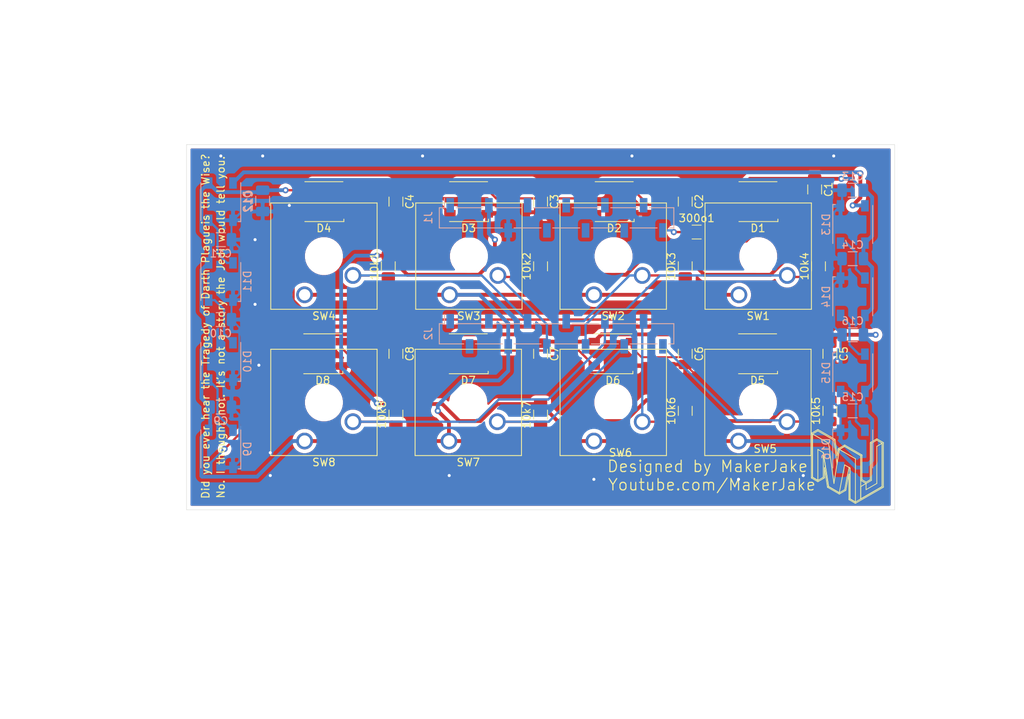
<source format=kicad_pcb>
(kicad_pcb (version 20171130) (host pcbnew "(5.1.6)-1")
  (layers (0 F.Cu signal) (31 B.Cu signal) (34 B.Paste user) (35 F.Paste user) (36 B.SilkS user) (37 F.SilkS user) (38 B.Mask user) (39 F.Mask user) (44 Edge.Cuts user))
  (net 0 "")
  (net 1 "Net-(10k1-Pad2)")
  (net 2 "Net-(10k1-Pad1)")
  (net 3 "Net-(10k2-Pad1)")
  (net 4 "Net-(10k3-Pad1)")
  (net 5 "Net-(10k4-Pad1)")
  (net 6 "Net-(10k5-Pad1)")
  (net 7 "Net-(10k6-Pad1)")
  (net 8 "Net-(10k7-Pad1)")
  (net 9 "Net-(10k8-Pad1)")
  (net 10 "Net-(300o1-Pad1)")
  (net 11 "Net-(300o1-Pad2)")
  (net 12 GND)
  (net 13 "Net-(C1-Pad1)")
  (net 14 "Net-(D1-Pad4)")
  (net 15 "Net-(D15-Pad4)")
  (net 16 "Net-(D2-Pad4)")
  (net 17 "Net-(D3-Pad4)")
  (net 18 "Net-(D4-Pad4)")
  (net 19 "Net-(D5-Pad4)")
  (net 20 "Net-(D6-Pad4)")
  (net 21 "Net-(D7-Pad4)")
  (net 22 "Net-(D10-Pad2)")
  (net 23 "Net-(D10-Pad4)")
  (net 24 "Net-(D11-Pad4)")
  (net 25 "Net-(D12-Pad4)")
  (net 26 "Net-(D13-Pad4)")
  (net 27 "Net-(D14-Pad4)")
  (net 28 "Net-(D16-Pad4)")
  (net 29 "Net-(J1-Pad10)")
  (net 30 "Net-(J1-Pad8)")
  (net 31 "Net-(J1-Pad6)")
  (net 32 "Net-(J1-Pad2)")
  (net 33 "Net-(J1-Pad11)")
  (net 34 "Net-(J1-Pad9)")
  (net 35 "Net-(J1-Pad7)")
  (net 36 "Net-(J1-Pad5)")
  (net 37 "Net-(J1-Pad1)")
  (net 38 "Net-(J2-Pad1)")
  (net 39 "Net-(J2-Pad3)")
  (net 40 "Net-(J2-Pad2)")
  (net 41 "Net-(D8-Pad4)")
  (module Button_Switch_Keyboard:SW_Cherry_MX_1.00u_Plate (layer F.Cu) (at 205.505 135.969 180)
    (fp_text reference SW8 (at -2.54 -2.794) (layer F.SilkS))
    (fp_text value SW_Push)
    (pad "" np_thru_hole circle (at -2.54 5.08 180) (size 4 4) (drill 4) (layers *.Cu *.Mask))
    (pad 2 thru_hole circle (at -6.35 2.54 180) (size 2.2 2.2) (drill 1.5) (layers *.Cu *.Mask) (net 9 "Net-(10k8-Pad1)"))
    (pad 1 thru_hole circle (at 0 0 180) (size 2.2 2.2) (drill 1.5) (layers *.Cu *.Mask) (net 13 "Net-(C1-Pad1)"))
  )
  (module Resistor_SMD:R_1206_3216Metric (layer F.Cu) (at 216.5 113 90)
    (fp_text reference 10k1 (at 0 -1.82 -90) (layer F.SilkS))
    (fp_text value R1)
    (pad 1 smd roundrect (at -1.4 0 90) (size 1.25 1.75) (layers F.Cu F.Paste F.Mask) (roundrect_rratio 0.2) (net 2 "Net-(10k1-Pad1)"))
    (pad 2 smd roundrect (at 1.4 0 90) (size 1.25 1.75) (layers F.Cu F.Paste F.Mask) (roundrect_rratio 0.2) (net 1 "Net-(10k1-Pad2)"))
  )
  (module Resistor_SMD:R_1206_3216Metric (layer F.Cu) (at 236.5 113 90)
    (fp_text reference 10k2 (at 0 -1.82 270) (layer F.SilkS))
    (fp_text value R1)
    (pad 1 smd roundrect (at -1.4 0 90) (size 1.25 1.75) (layers F.Cu F.Paste F.Mask) (roundrect_rratio 0.2) (net 3 "Net-(10k2-Pad1)"))
    (pad 2 smd roundrect (at 1.4 0 90) (size 1.25 1.75) (layers F.Cu F.Paste F.Mask) (roundrect_rratio 0.2) (net 1 "Net-(10k1-Pad2)"))
  )
  (module Resistor_SMD:R_1206_3216Metric (layer F.Cu) (at 255.5 113 90)
    (fp_text reference 10k3 (at 0 -1.82 -90) (layer F.SilkS))
    (fp_text value R1)
    (pad 1 smd roundrect (at -1.4 0 90) (size 1.25 1.75) (layers F.Cu F.Paste F.Mask) (roundrect_rratio 0.2) (net 4 "Net-(10k3-Pad1)"))
    (pad 2 smd roundrect (at 1.4 0 90) (size 1.25 1.75) (layers F.Cu F.Paste F.Mask) (roundrect_rratio 0.2) (net 1 "Net-(10k1-Pad2)"))
  )
  (module Resistor_SMD:R_1206_3216Metric (layer F.Cu) (at 273 113 90)
    (fp_text reference 10k4 (at 0 -1.82 90) (layer F.SilkS))
    (fp_text value R1)
    (pad 2 smd roundrect (at 1.4 0 90) (size 1.25 1.75) (layers F.Cu F.Paste F.Mask) (roundrect_rratio 0.2) (net 1 "Net-(10k1-Pad2)"))
    (pad 1 smd roundrect (at -1.4 0 90) (size 1.25 1.75) (layers F.Cu F.Paste F.Mask) (roundrect_rratio 0.2) (net 5 "Net-(10k4-Pad1)"))
  )
  (module Resistor_SMD:R_1206_3216Metric (layer F.Cu) (at 274.5 132 90)
    (fp_text reference 10k5 (at 0 -1.82 90) (layer F.SilkS))
    (fp_text value R1)
    (pad 1 smd roundrect (at -1.4 0 90) (size 1.25 1.75) (layers F.Cu F.Paste F.Mask) (roundrect_rratio 0.2) (net 6 "Net-(10k5-Pad1)"))
    (pad 2 smd roundrect (at 1.4 0 90) (size 1.25 1.75) (layers F.Cu F.Paste F.Mask) (roundrect_rratio 0.2) (net 1 "Net-(10k1-Pad2)"))
  )
  (module Resistor_SMD:R_1206_3216Metric (layer F.Cu) (at 255.5 132 90)
    (fp_text reference 10k6 (at 0 -1.82 90) (layer F.SilkS))
    (fp_text value R1)
    (pad 2 smd roundrect (at 1.4 0 90) (size 1.25 1.75) (layers F.Cu F.Paste F.Mask) (roundrect_rratio 0.2) (net 1 "Net-(10k1-Pad2)"))
    (pad 1 smd roundrect (at -1.4 0 90) (size 1.25 1.75) (layers F.Cu F.Paste F.Mask) (roundrect_rratio 0.2) (net 7 "Net-(10k6-Pad1)"))
  )
  (module Resistor_SMD:R_1206_3216Metric (layer F.Cu) (at 236.5 132.5 90)
    (fp_text reference 10k7 (at 0 -1.82 90) (layer F.SilkS))
    (fp_text value R1)
    (pad 1 smd roundrect (at -1.4 0 90) (size 1.25 1.75) (layers F.Cu F.Paste F.Mask) (roundrect_rratio 0.2) (net 8 "Net-(10k7-Pad1)"))
    (pad 2 smd roundrect (at 1.4 0 90) (size 1.25 1.75) (layers F.Cu F.Paste F.Mask) (roundrect_rratio 0.2) (net 1 "Net-(10k1-Pad2)"))
  )
  (module Resistor_SMD:R_1206_3216Metric (layer F.Cu) (at 217.5 132.5 90)
    (fp_text reference 10k8 (at 0 -1.82 90) (layer F.SilkS))
    (fp_text value R1)
    (pad 2 smd roundrect (at 1.4 0 90) (size 1.25 1.75) (layers F.Cu F.Paste F.Mask) (roundrect_rratio 0.2) (net 1 "Net-(10k1-Pad2)"))
    (pad 1 smd roundrect (at -1.4 0 90) (size 1.25 1.75) (layers F.Cu F.Paste F.Mask) (roundrect_rratio 0.2) (net 9 "Net-(10k8-Pad1)"))
  )
  (module Resistor_SMD:R_1206_3216Metric (layer F.Cu) (at 257 108.5)
    (fp_text reference 300o1 (at 0 -1.82) (layer F.SilkS))
    (fp_text value R)
    (pad 1 smd roundrect (at -1.4 0) (size 1.25 1.75) (layers F.Cu F.Paste F.Mask) (roundrect_rratio 0.2) (net 10 "Net-(300o1-Pad1)"))
    (pad 2 smd roundrect (at 1.4 0) (size 1.25 1.75) (layers F.Cu F.Paste F.Mask) (roundrect_rratio 0.2) (net 11 "Net-(300o1-Pad2)"))
  )
  (module Capacitor_SMD:C_1206_3216Metric (layer F.Cu) (at 272.5 102.9 270)
    (fp_text reference C1 (at 0 -1.82 90) (layer F.SilkS))
    (fp_text value C_Small)
    (pad 2 smd roundrect (at 1.4 0 270) (size 1.25 1.75) (layers F.Cu F.Paste F.Mask) (roundrect_rratio 0.2) (net 12 GND))
    (pad 1 smd roundrect (at -1.4 0 270) (size 1.25 1.75) (layers F.Cu F.Paste F.Mask) (roundrect_rratio 0.2) (net 13 "Net-(C1-Pad1)"))
  )
  (module Capacitor_SMD:C_1206_3216Metric (layer F.Cu) (at 255.5 104.5 270)
    (fp_text reference C2 (at 0 -1.82 90) (layer F.SilkS))
    (fp_text value C_Small)
    (pad 2 smd roundrect (at 1.4 0 270) (size 1.25 1.75) (layers F.Cu F.Paste F.Mask) (roundrect_rratio 0.2) (net 12 GND))
    (pad 1 smd roundrect (at -1.4 0 270) (size 1.25 1.75) (layers F.Cu F.Paste F.Mask) (roundrect_rratio 0.2) (net 13 "Net-(C1-Pad1)"))
  )
  (module Capacitor_SMD:C_1206_3216Metric (layer F.Cu) (at 236.5 104.5 270)
    (fp_text reference C3 (at 0 -1.82 90) (layer F.SilkS))
    (fp_text value C_Small)
    (pad 1 smd roundrect (at -1.4 0 270) (size 1.25 1.75) (layers F.Cu F.Paste F.Mask) (roundrect_rratio 0.2) (net 13 "Net-(C1-Pad1)"))
    (pad 2 smd roundrect (at 1.4 0 270) (size 1.25 1.75) (layers F.Cu F.Paste F.Mask) (roundrect_rratio 0.2) (net 12 GND))
  )
  (module Capacitor_SMD:C_1206_3216Metric (layer F.Cu) (at 217.5 104.5 270)
    (fp_text reference C4 (at 0 -1.82 90) (layer F.SilkS))
    (fp_text value C_Small)
    (pad 1 smd roundrect (at -1.4 0 270) (size 1.25 1.75) (layers F.Cu F.Paste F.Mask) (roundrect_rratio 0.2) (net 13 "Net-(C1-Pad1)"))
    (pad 2 smd roundrect (at 1.4 0 270) (size 1.25 1.75) (layers F.Cu F.Paste F.Mask) (roundrect_rratio 0.2) (net 12 GND))
  )
  (module Capacitor_SMD:C_1206_3216Metric (layer F.Cu) (at 274.5 124.5 270)
    (fp_text reference C5 (at 0 -1.82 90) (layer F.SilkS))
    (fp_text value C_Small)
    (pad 1 smd roundrect (at -1.4 0 270) (size 1.25 1.75) (layers F.Cu F.Paste F.Mask) (roundrect_rratio 0.2) (net 13 "Net-(C1-Pad1)"))
    (pad 2 smd roundrect (at 1.4 0 270) (size 1.25 1.75) (layers F.Cu F.Paste F.Mask) (roundrect_rratio 0.2) (net 12 GND))
  )
  (module Capacitor_SMD:C_1206_3216Metric (layer F.Cu) (at 255.5 124.5 270)
    (fp_text reference C6 (at 0 -1.82 90) (layer F.SilkS))
    (fp_text value C_Small)
    (pad 2 smd roundrect (at 1.4 0 270) (size 1.25 1.75) (layers F.Cu F.Paste F.Mask) (roundrect_rratio 0.2) (net 12 GND))
    (pad 1 smd roundrect (at -1.4 0 270) (size 1.25 1.75) (layers F.Cu F.Paste F.Mask) (roundrect_rratio 0.2) (net 13 "Net-(C1-Pad1)"))
  )
  (module Capacitor_SMD:C_1206_3216Metric (layer F.Cu) (at 236.5 124.5 270)
    (fp_text reference C7 (at 0 -1.82 90) (layer F.SilkS))
    (fp_text value C_Small)
    (pad 2 smd roundrect (at 1.4 0 270) (size 1.25 1.75) (layers F.Cu F.Paste F.Mask) (roundrect_rratio 0.2) (net 12 GND))
    (pad 1 smd roundrect (at -1.4 0 270) (size 1.25 1.75) (layers F.Cu F.Paste F.Mask) (roundrect_rratio 0.2) (net 13 "Net-(C1-Pad1)"))
  )
  (module Capacitor_SMD:C_1206_3216Metric (layer F.Cu) (at 217.5 124.5 270)
    (fp_text reference C8 (at 0 -1.82 90) (layer F.SilkS))
    (fp_text value C_Small)
    (pad 2 smd roundrect (at 1.4 0 270) (size 1.25 1.75) (layers F.Cu F.Paste F.Mask) (roundrect_rratio 0.2) (net 12 GND))
    (pad 1 smd roundrect (at -1.4 0 270) (size 1.25 1.75) (layers F.Cu F.Paste F.Mask) (roundrect_rratio 0.2) (net 13 "Net-(C1-Pad1)"))
  )
  (module Capacitor_SMD:C_1206_3216Metric (layer B.Cu) (at 194.5 131.5)
    (fp_text reference C9 (at 0 1.82) (layer B.SilkS) (effects (justify mirror)))
    (fp_text value C_Small)
    (pad 1 smd roundrect (at -1.4 0) (size 1.25 1.75) (layers B.Cu B.Paste B.Mask) (roundrect_rratio 0.2) (net 13 "Net-(C1-Pad1)"))
    (pad 2 smd roundrect (at 1.4 0) (size 1.25 1.75) (layers B.Cu B.Paste B.Mask) (roundrect_rratio 0.2) (net 12 GND))
  )
  (module Capacitor_SMD:C_1206_3216Metric (layer B.Cu) (at 194.5 120)
    (fp_text reference C10 (at 0 1.82) (layer B.SilkS) (effects (justify mirror)))
    (fp_text value C_Small)
    (pad 1 smd roundrect (at -1.4 0) (size 1.25 1.75) (layers B.Cu B.Paste B.Mask) (roundrect_rratio 0.2) (net 13 "Net-(C1-Pad1)"))
    (pad 2 smd roundrect (at 1.4 0) (size 1.25 1.75) (layers B.Cu B.Paste B.Mask) (roundrect_rratio 0.2) (net 12 GND))
  )
  (module Capacitor_SMD:C_1206_3216Metric (layer B.Cu) (at 194.5 109.5)
    (fp_text reference C11 (at 0 1.82) (layer B.SilkS) (effects (justify mirror)))
    (fp_text value C_Small)
    (pad 2 smd roundrect (at 1.4 0) (size 1.25 1.75) (layers B.Cu B.Paste B.Mask) (roundrect_rratio 0.2) (net 12 GND))
    (pad 1 smd roundrect (at -1.4 0) (size 1.25 1.75) (layers B.Cu B.Paste B.Mask) (roundrect_rratio 0.2) (net 13 "Net-(C1-Pad1)"))
  )
  (module Capacitor_SMD:C_1206_3216Metric (layer B.Cu) (at 200 104.4 270)
    (fp_text reference C12 (at 0 1.82 90) (layer B.SilkS) (effects (justify mirror)))
    (fp_text value C_Small)
    (pad 2 smd roundrect (at 1.4 0 270) (size 1.25 1.75) (layers B.Cu B.Paste B.Mask) (roundrect_rratio 0.2) (net 12 GND))
    (pad 1 smd roundrect (at -1.4 0 270) (size 1.25 1.75) (layers B.Cu B.Paste B.Mask) (roundrect_rratio 0.2) (net 13 "Net-(C1-Pad1)"))
  )
  (module Capacitor_SMD:C_1206_3216Metric (layer B.Cu) (at 277.5 103 180)
    (fp_text reference C13 (at 0 1.82) (layer B.SilkS) (effects (justify mirror)))
    (fp_text value C_Small)
    (pad 1 smd roundrect (at -1.4 0 180) (size 1.25 1.75) (layers B.Cu B.Paste B.Mask) (roundrect_rratio 0.2) (net 13 "Net-(C1-Pad1)"))
    (pad 2 smd roundrect (at 1.4 0 180) (size 1.25 1.75) (layers B.Cu B.Paste B.Mask) (roundrect_rratio 0.2) (net 12 GND))
  )
  (module Capacitor_SMD:C_1206_3216Metric (layer B.Cu) (at 277.5 112 180)
    (fp_text reference C14 (at 0 1.82) (layer B.SilkS) (effects (justify mirror)))
    (fp_text value C_Small)
    (pad 1 smd roundrect (at -1.4 0 180) (size 1.25 1.75) (layers B.Cu B.Paste B.Mask) (roundrect_rratio 0.2) (net 13 "Net-(C1-Pad1)"))
    (pad 2 smd roundrect (at 1.4 0 180) (size 1.25 1.75) (layers B.Cu B.Paste B.Mask) (roundrect_rratio 0.2) (net 12 GND))
  )
  (module LED_SMD:LED_Inolux_IN-PI554FCH_PLCC4_5.0x5.0mm_P3.2mm (layer F.Cu) (at 265.05 104.5 180)
    (fp_text reference D1 (at 0 -3.5) (layer F.SilkS))
    (fp_text value Inolux_IN-PI554FCH)
    (pad 3 smd rect (at 2.45 1.6 180) (size 1.5 1) (layers F.Cu F.Paste F.Mask) (net 13 "Net-(C1-Pad1)"))
    (pad 4 smd rect (at 2.45 -1.6 180) (size 1.5 1) (layers F.Cu F.Paste F.Mask) (net 14 "Net-(D1-Pad4)"))
    (pad 2 smd rect (at -2.45 1.6 180) (size 1.5 1) (layers F.Cu F.Paste F.Mask) (net 11 "Net-(300o1-Pad2)"))
    (pad 1 smd rect (at -2.45 -1.6 180) (size 1.5 1) (layers F.Cu F.Paste F.Mask) (net 12 GND))
  )
  (module LED_SMD:LED_Inolux_IN-PI554FCH_PLCC4_5.0x5.0mm_P3.2mm (layer F.Cu) (at 246.17 104.5 180)
    (fp_text reference D2 (at 0 -3.5) (layer F.SilkS))
    (fp_text value Inolux_IN-PI554FCH)
    (pad 1 smd rect (at -2.45 -1.6 180) (size 1.5 1) (layers F.Cu F.Paste F.Mask) (net 12 GND))
    (pad 2 smd rect (at -2.45 1.6 180) (size 1.5 1) (layers F.Cu F.Paste F.Mask) (net 14 "Net-(D1-Pad4)"))
    (pad 4 smd rect (at 2.45 -1.6 180) (size 1.5 1) (layers F.Cu F.Paste F.Mask) (net 16 "Net-(D2-Pad4)"))
    (pad 3 smd rect (at 2.45 1.6 180) (size 1.5 1) (layers F.Cu F.Paste F.Mask) (net 13 "Net-(C1-Pad1)"))
  )
  (module LED_SMD:LED_Inolux_IN-PI554FCH_PLCC4_5.0x5.0mm_P3.2mm (layer F.Cu) (at 227.04 104.5 180)
    (fp_text reference D3 (at 0 -3.5) (layer F.SilkS))
    (fp_text value Inolux_IN-PI554FCH)
    (pad 1 smd rect (at -2.45 -1.6 180) (size 1.5 1) (layers F.Cu F.Paste F.Mask) (net 12 GND))
    (pad 2 smd rect (at -2.45 1.6 180) (size 1.5 1) (layers F.Cu F.Paste F.Mask) (net 16 "Net-(D2-Pad4)"))
    (pad 4 smd rect (at 2.45 -1.6 180) (size 1.5 1) (layers F.Cu F.Paste F.Mask) (net 17 "Net-(D3-Pad4)"))
    (pad 3 smd rect (at 2.45 1.6 180) (size 1.5 1) (layers F.Cu F.Paste F.Mask) (net 13 "Net-(C1-Pad1)"))
  )
  (module LED_SMD:LED_Inolux_IN-PI554FCH_PLCC4_5.0x5.0mm_P3.2mm (layer F.Cu) (at 208.04 104.5 180)
    (fp_text reference D4 (at 0 -3.5) (layer F.SilkS))
    (fp_text value Inolux_IN-PI554FCH)
    (pad 1 smd rect (at -2.45 -1.6 180) (size 1.5 1) (layers F.Cu F.Paste F.Mask) (net 12 GND))
    (pad 2 smd rect (at -2.45 1.6 180) (size 1.5 1) (layers F.Cu F.Paste F.Mask) (net 17 "Net-(D3-Pad4)"))
    (pad 4 smd rect (at 2.45 -1.6 180) (size 1.5 1) (layers F.Cu F.Paste F.Mask) (net 18 "Net-(D4-Pad4)"))
    (pad 3 smd rect (at 2.45 1.6 180) (size 1.5 1) (layers F.Cu F.Paste F.Mask) (net 13 "Net-(C1-Pad1)"))
  )
  (module LED_SMD:LED_Inolux_IN-PI554FCH_PLCC4_5.0x5.0mm_P3.2mm (layer F.Cu) (at 265 124.5 180)
    (fp_text reference D5 (at 0 -3.5) (layer F.SilkS))
    (fp_text value Inolux_IN-PI554FCH)
    (pad 3 smd rect (at 2.45 1.6 180) (size 1.5 1) (layers F.Cu F.Paste F.Mask) (net 13 "Net-(C1-Pad1)"))
    (pad 4 smd rect (at 2.45 -1.6 180) (size 1.5 1) (layers F.Cu F.Paste F.Mask) (net 19 "Net-(D5-Pad4)"))
    (pad 2 smd rect (at -2.45 1.6 180) (size 1.5 1) (layers F.Cu F.Paste F.Mask) (net 18 "Net-(D4-Pad4)"))
    (pad 1 smd rect (at -2.45 -1.6 180) (size 1.5 1) (layers F.Cu F.Paste F.Mask) (net 12 GND))
  )
  (module LED_SMD:LED_Inolux_IN-PI554FCH_PLCC4_5.0x5.0mm_P3.2mm (layer F.Cu) (at 246 124.5 180)
    (fp_text reference D6 (at 0 -3.5) (layer F.SilkS))
    (fp_text value Inolux_IN-PI554FCH)
    (pad 3 smd rect (at 2.45 1.6 180) (size 1.5 1) (layers F.Cu F.Paste F.Mask) (net 13 "Net-(C1-Pad1)"))
    (pad 4 smd rect (at 2.45 -1.6 180) (size 1.5 1) (layers F.Cu F.Paste F.Mask) (net 20 "Net-(D6-Pad4)"))
    (pad 2 smd rect (at -2.45 1.6 180) (size 1.5 1) (layers F.Cu F.Paste F.Mask) (net 19 "Net-(D5-Pad4)"))
    (pad 1 smd rect (at -2.45 -1.6 180) (size 1.5 1) (layers F.Cu F.Paste F.Mask) (net 12 GND))
  )
  (module LED_SMD:LED_Inolux_IN-PI554FCH_PLCC4_5.0x5.0mm_P3.2mm (layer F.Cu) (at 227 124.5 180)
    (fp_text reference D7 (at 0 -3.5) (layer F.SilkS))
    (fp_text value Inolux_IN-PI554FCH)
    (pad 1 smd rect (at -2.45 -1.6 180) (size 1.5 1) (layers F.Cu F.Paste F.Mask) (net 12 GND))
    (pad 2 smd rect (at -2.45 1.6 180) (size 1.5 1) (layers F.Cu F.Paste F.Mask) (net 20 "Net-(D6-Pad4)"))
    (pad 4 smd rect (at 2.45 -1.6 180) (size 1.5 1) (layers F.Cu F.Paste F.Mask) (net 21 "Net-(D7-Pad4)"))
    (pad 3 smd rect (at 2.45 1.6 180) (size 1.5 1) (layers F.Cu F.Paste F.Mask) (net 13 "Net-(C1-Pad1)"))
  )
  (module LED_SMD:LED_Inolux_IN-PI554FCH_PLCC4_5.0x5.0mm_P3.2mm (layer F.Cu) (at 207.89 124.5 180)
    (fp_text reference D8 (at 0 -3.5) (layer F.SilkS))
    (fp_text value Inolux_IN-PI554FCH)
    (pad 1 smd rect (at -2.45 -1.6 180) (size 1.5 1) (layers F.Cu F.Paste F.Mask) (net 12 GND))
    (pad 2 smd rect (at -2.45 1.6 180) (size 1.5 1) (layers F.Cu F.Paste F.Mask) (net 21 "Net-(D7-Pad4)"))
    (pad 4 smd rect (at 2.45 -1.6 180) (size 1.5 1) (layers F.Cu F.Paste F.Mask) (net 41 "Net-(D8-Pad4)"))
    (pad 3 smd rect (at 2.45 1.6 180) (size 1.5 1) (layers F.Cu F.Paste F.Mask) (net 13 "Net-(C1-Pad1)"))
  )
  (module LED_SMD:LED_Inolux_IN-PI554FCH_PLCC4_5.0x5.0mm_P3.2mm (layer B.Cu) (at 194.5 137 90)
    (fp_text reference D9 (at 0 3.5 90) (layer B.SilkS) (effects (justify mirror)))
    (fp_text value Inolux_IN-PI554FCH)
    (pad 1 smd rect (at -2.45 1.6 90) (size 1.5 1) (layers B.Cu B.Paste B.Mask) (net 12 GND))
    (pad 2 smd rect (at -2.45 -1.6 90) (size 1.5 1) (layers B.Cu B.Paste B.Mask) (net 41 "Net-(D8-Pad4)"))
    (pad 4 smd rect (at 2.45 1.6 90) (size 1.5 1) (layers B.Cu B.Paste B.Mask) (net 22 "Net-(D10-Pad2)"))
    (pad 3 smd rect (at 2.45 -1.6 90) (size 1.5 1) (layers B.Cu B.Paste B.Mask) (net 13 "Net-(C1-Pad1)"))
  )
  (module LED_SMD:LED_Inolux_IN-PI554FCH_PLCC4_5.0x5.0mm_P3.2mm (layer B.Cu) (at 194.5 125.5 90)
    (fp_text reference D10 (at 0 3.5 90) (layer B.SilkS) (effects (justify mirror)))
    (fp_text value Inolux_IN-PI554FCH)
    (pad 3 smd rect (at 2.45 -1.6 90) (size 1.5 1) (layers B.Cu B.Paste B.Mask) (net 13 "Net-(C1-Pad1)"))
    (pad 4 smd rect (at 2.45 1.6 90) (size 1.5 1) (layers B.Cu B.Paste B.Mask) (net 23 "Net-(D10-Pad4)"))
    (pad 2 smd rect (at -2.45 -1.6 90) (size 1.5 1) (layers B.Cu B.Paste B.Mask) (net 22 "Net-(D10-Pad2)"))
    (pad 1 smd rect (at -2.45 1.6 90) (size 1.5 1) (layers B.Cu B.Paste B.Mask) (net 12 GND))
  )
  (module LED_SMD:LED_Inolux_IN-PI554FCH_PLCC4_5.0x5.0mm_P3.2mm (layer B.Cu) (at 194.5 115 90)
    (fp_text reference D11 (at 0 3.5 90) (layer B.SilkS) (effects (justify mirror)))
    (fp_text value Inolux_IN-PI554FCH)
    (pad 3 smd rect (at 2.45 -1.6 90) (size 1.5 1) (layers B.Cu B.Paste B.Mask) (net 13 "Net-(C1-Pad1)"))
    (pad 4 smd rect (at 2.45 1.6 90) (size 1.5 1) (layers B.Cu B.Paste B.Mask) (net 24 "Net-(D11-Pad4)"))
    (pad 2 smd rect (at -2.45 -1.6 90) (size 1.5 1) (layers B.Cu B.Paste B.Mask) (net 23 "Net-(D10-Pad4)"))
    (pad 1 smd rect (at -2.45 1.6 90) (size 1.5 1) (layers B.Cu B.Paste B.Mask) (net 12 GND))
  )
  (module LED_SMD:LED_Inolux_IN-PI554FCH_PLCC4_5.0x5.0mm_P3.2mm (layer B.Cu) (at 194.5 104.5 90)
    (fp_text reference D12 (at 0 3.5 90) (layer B.SilkS) (effects (justify mirror)))
    (fp_text value Inolux_IN-PI554FCH)
    (pad 3 smd rect (at 2.45 -1.6 90) (size 1.5 1) (layers B.Cu B.Paste B.Mask) (net 13 "Net-(C1-Pad1)"))
    (pad 4 smd rect (at 2.45 1.6 90) (size 1.5 1) (layers B.Cu B.Paste B.Mask) (net 25 "Net-(D12-Pad4)"))
    (pad 2 smd rect (at -2.45 -1.6 90) (size 1.5 1) (layers B.Cu B.Paste B.Mask) (net 24 "Net-(D11-Pad4)"))
    (pad 1 smd rect (at -2.45 1.6 90) (size 1.5 1) (layers B.Cu B.Paste B.Mask) (net 12 GND))
  )
  (module LED_SMD:LED_Inolux_IN-PI554FCH_PLCC4_5.0x5.0mm_P3.2mm (layer B.Cu) (at 277.5 107.5 270)
    (fp_text reference D13 (at 0 3.5 90) (layer B.SilkS) (effects (justify mirror)))
    (fp_text value Inolux_IN-PI554FCH)
    (pad 1 smd rect (at -2.45 1.6 270) (size 1.5 1) (layers B.Cu B.Paste B.Mask) (net 12 GND))
    (pad 2 smd rect (at -2.45 -1.6 270) (size 1.5 1) (layers B.Cu B.Paste B.Mask) (net 25 "Net-(D12-Pad4)"))
    (pad 4 smd rect (at 2.45 1.6 270) (size 1.5 1) (layers B.Cu B.Paste B.Mask) (net 26 "Net-(D13-Pad4)"))
    (pad 3 smd rect (at 2.45 -1.6 270) (size 1.5 1) (layers B.Cu B.Paste B.Mask) (net 13 "Net-(C1-Pad1)"))
  )
  (module LED_SMD:LED_Inolux_IN-PI554FCH_PLCC4_5.0x5.0mm_P3.2mm (layer B.Cu) (at 277.5 117 270)
    (fp_text reference D14 (at 0 3.5 90) (layer B.SilkS) (effects (justify mirror)))
    (fp_text value Inolux_IN-PI554FCH)
    (pad 1 smd rect (at -2.45 1.6 270) (size 1.5 1) (layers B.Cu B.Paste B.Mask) (net 12 GND))
    (pad 2 smd rect (at -2.45 -1.6 270) (size 1.5 1) (layers B.Cu B.Paste B.Mask) (net 26 "Net-(D13-Pad4)"))
    (pad 4 smd rect (at 2.45 1.6 270) (size 1.5 1) (layers B.Cu B.Paste B.Mask) (net 27 "Net-(D14-Pad4)"))
    (pad 3 smd rect (at 2.45 -1.6 270) (size 1.5 1) (layers B.Cu B.Paste B.Mask) (net 13 "Net-(C1-Pad1)"))
  )
  (module LED_SMD:LED_Inolux_IN-PI554FCH_PLCC4_5.0x5.0mm_P3.2mm (layer B.Cu) (at 277.5 127 270)
    (fp_text reference D15 (at 0 3.5 90) (layer B.SilkS) (effects (justify mirror)))
    (fp_text value Inolux_IN-PI554FCH)
    (pad 3 smd rect (at 2.45 -1.6 270) (size 1.5 1) (layers B.Cu B.Paste B.Mask) (net 13 "Net-(C1-Pad1)"))
    (pad 4 smd rect (at 2.45 1.6 270) (size 1.5 1) (layers B.Cu B.Paste B.Mask) (net 15 "Net-(D15-Pad4)"))
    (pad 2 smd rect (at -2.45 -1.6 270) (size 1.5 1) (layers B.Cu B.Paste B.Mask) (net 27 "Net-(D14-Pad4)"))
    (pad 1 smd rect (at -2.45 1.6 270) (size 1.5 1) (layers B.Cu B.Paste B.Mask) (net 12 GND))
  )
  (module LED_SMD:LED_Inolux_IN-PI554FCH_PLCC4_5.0x5.0mm_P3.2mm (layer B.Cu) (at 277.5 137 270)
    (fp_text reference D16 (at 0 3.5 90) (layer B.SilkS) (effects (justify mirror)))
    (fp_text value Inolux_IN-PI554FCH)
    (pad 3 smd rect (at 2.45 -1.6 270) (size 1.5 1) (layers B.Cu B.Paste B.Mask) (net 13 "Net-(C1-Pad1)"))
    (pad 4 smd rect (at 2.45 1.6 270) (size 1.5 1) (layers B.Cu B.Paste B.Mask) (net 28 "Net-(D16-Pad4)"))
    (pad 2 smd rect (at -2.45 -1.6 270) (size 1.5 1) (layers B.Cu B.Paste B.Mask) (net 15 "Net-(D15-Pad4)"))
    (pad 1 smd rect (at -2.45 1.6 270) (size 1.5 1) (layers B.Cu B.Paste B.Mask) (net 12 GND))
  )
  (module Connector_PinSocket_2.54mm:PinSocket_1x12_P2.54mm_Vertical_SMD_Pin1Left (layer B.Cu) (at 238.6 106.63 270)
    (fp_text reference J1 (at 0 16.84 270) (layer B.SilkS) (effects (justify mirror)))
    (fp_text value Conn_01x12_Male)
    (pad 12 smd rect (at 1.65 -13.97 270) (size 1.9 1) (layers B.Cu B.Paste B.Mask) (net 10 "Net-(300o1-Pad1)"))
    (pad 10 smd rect (at 1.65 -8.89 270) (size 1.9 1) (layers B.Cu B.Paste B.Mask) (net 29 "Net-(J1-Pad10)"))
    (pad 8 smd rect (at 1.65 -3.81 270) (size 1.9 1) (layers B.Cu B.Paste B.Mask) (net 30 "Net-(J1-Pad8)"))
    (pad 6 smd rect (at 1.65 1.27 270) (size 1.9 1) (layers B.Cu B.Paste B.Mask) (net 31 "Net-(J1-Pad6)"))
    (pad 4 smd rect (at 1.65 6.35 270) (size 1.9 1) (layers B.Cu B.Paste B.Mask) (net 12 GND))
    (pad 2 smd rect (at 1.65 11.43 270) (size 1.9 1) (layers B.Cu B.Paste B.Mask) (net 32 "Net-(J1-Pad2)"))
    (pad 11 smd rect (at -1.65 -11.43 270) (size 1.9 1) (layers B.Cu B.Paste B.Mask) (net 33 "Net-(J1-Pad11)"))
    (pad 9 smd rect (at -1.65 -6.35 270) (size 1.9 1) (layers B.Cu B.Paste B.Mask) (net 34 "Net-(J1-Pad9)"))
    (pad 7 smd rect (at -1.65 -1.27 270) (size 1.9 1) (layers B.Cu B.Paste B.Mask) (net 35 "Net-(J1-Pad7)"))
    (pad 5 smd rect (at -1.65 3.81 270) (size 1.9 1) (layers B.Cu B.Paste B.Mask) (net 36 "Net-(J1-Pad5)"))
    (pad 3 smd rect (at -1.65 8.89 270) (size 1.9 1) (layers B.Cu B.Paste B.Mask) (net 1 "Net-(10k1-Pad2)"))
    (pad 1 smd rect (at -1.65 13.97 270) (size 1.9 1) (layers B.Cu B.Paste B.Mask) (net 37 "Net-(J1-Pad1)"))
  )
  (module Connector_PinSocket_2.54mm:PinSocket_1x12_P2.54mm_Vertical_SMD_Pin1Left (layer B.Cu) (at 238.6 121.87 270)
    (fp_text reference J2 (at 0 16.84 270) (layer B.SilkS) (effects (justify mirror)))
    (fp_text value Conn_01x12_Male)
    (pad 1 smd rect (at -1.65 13.97 270) (size 1.9 1) (layers B.Cu B.Paste B.Mask) (net 38 "Net-(J2-Pad1)"))
    (pad 3 smd rect (at -1.65 8.89 270) (size 1.9 1) (layers B.Cu B.Paste B.Mask) (net 39 "Net-(J2-Pad3)"))
    (pad 5 smd rect (at -1.65 3.81 270) (size 1.9 1) (layers B.Cu B.Paste B.Mask) (net 2 "Net-(10k1-Pad1)"))
    (pad 7 smd rect (at -1.65 -1.27 270) (size 1.9 1) (layers B.Cu B.Paste B.Mask) (net 4 "Net-(10k3-Pad1)"))
    (pad 9 smd rect (at -1.65 -6.35 270) (size 1.9 1) (layers B.Cu B.Paste B.Mask) (net 9 "Net-(10k8-Pad1)"))
    (pad 11 smd rect (at -1.65 -11.43 270) (size 1.9 1) (layers B.Cu B.Paste B.Mask) (net 7 "Net-(10k6-Pad1)"))
    (pad 2 smd rect (at 1.65 11.43 270) (size 1.9 1) (layers B.Cu B.Paste B.Mask) (net 40 "Net-(J2-Pad2)"))
    (pad 4 smd rect (at 1.65 6.35 270) (size 1.9 1) (layers B.Cu B.Paste B.Mask) (net 13 "Net-(C1-Pad1)"))
    (pad 6 smd rect (at 1.65 1.27 270) (size 1.9 1) (layers B.Cu B.Paste B.Mask) (net 3 "Net-(10k2-Pad1)"))
    (pad 8 smd rect (at 1.65 -3.81 270) (size 1.9 1) (layers B.Cu B.Paste B.Mask) (net 5 "Net-(10k4-Pad1)"))
    (pad 10 smd rect (at 1.65 -8.89 270) (size 1.9 1) (layers B.Cu B.Paste B.Mask) (net 8 "Net-(10k7-Pad1)"))
    (pad 12 smd rect (at 1.65 -13.97 270) (size 1.9 1) (layers B.Cu B.Paste B.Mask) (net 6 "Net-(10k5-Pad1)"))
  )
  (module Button_Switch_Keyboard:SW_Cherry_MX_1.00u_Plate (layer F.Cu) (at 262.545 116.744 180)
    (fp_text reference SW1 (at -2.54 -2.794) (layer F.SilkS))
    (fp_text value SW_Push)
    (pad "" np_thru_hole circle (at -2.54 5.08 180) (size 4 4) (drill 4) (layers *.Cu *.Mask))
    (pad 2 thru_hole circle (at -6.35 2.54 180) (size 2.2 2.2) (drill 1.5) (layers *.Cu *.Mask) (net 5 "Net-(10k4-Pad1)"))
    (pad 1 thru_hole circle (at 0 0 180) (size 2.2 2.2) (drill 1.5) (layers *.Cu *.Mask) (net 13 "Net-(C1-Pad1)"))
  )
  (module Button_Switch_Keyboard:SW_Cherry_MX_1.00u_Plate (layer F.Cu) (at 243.5 116.744 180)
    (fp_text reference SW2 (at -2.54 -2.794) (layer F.SilkS))
    (fp_text value SW_Push)
    (pad 1 thru_hole circle (at 0 0 180) (size 2.2 2.2) (drill 1.5) (layers *.Cu *.Mask) (net 13 "Net-(C1-Pad1)"))
    (pad 2 thru_hole circle (at -6.35 2.54 180) (size 2.2 2.2) (drill 1.5) (layers *.Cu *.Mask) (net 4 "Net-(10k3-Pad1)"))
    (pad "" np_thru_hole circle (at -2.54 5.08 180) (size 4 4) (drill 4) (layers *.Cu *.Mask))
  )
  (module Button_Switch_Keyboard:SW_Cherry_MX_1.00u_Plate (layer F.Cu) (at 224.545 116.744 180)
    (fp_text reference SW3 (at -2.54 -2.794) (layer F.SilkS))
    (fp_text value SW_Push)
    (pad "" np_thru_hole circle (at -2.54 5.08 180) (size 4 4) (drill 4) (layers *.Cu *.Mask))
    (pad 2 thru_hole circle (at -6.35 2.54 180) (size 2.2 2.2) (drill 1.5) (layers *.Cu *.Mask) (net 3 "Net-(10k2-Pad1)"))
    (pad 1 thru_hole circle (at 0 0 180) (size 2.2 2.2) (drill 1.5) (layers *.Cu *.Mask) (net 13 "Net-(C1-Pad1)"))
  )
  (module Button_Switch_Keyboard:SW_Cherry_MX_1.00u_Plate (layer F.Cu) (at 205.505 116.744 180)
    (fp_text reference SW4 (at -2.54 -2.794) (layer F.SilkS))
    (fp_text value SW_Push)
    (pad 1 thru_hole circle (at 0 0 180) (size 2.2 2.2) (drill 1.5) (layers *.Cu *.Mask) (net 13 "Net-(C1-Pad1)"))
    (pad 2 thru_hole circle (at -6.35 2.54 180) (size 2.2 2.2) (drill 1.5) (layers *.Cu *.Mask) (net 2 "Net-(10k1-Pad1)"))
    (pad "" np_thru_hole circle (at -2.54 5.08 180) (size 4 4) (drill 4) (layers *.Cu *.Mask))
  )
  (module Button_Switch_Keyboard:SW_Cherry_MX_1.00u_Plate (layer F.Cu) (at 262.505 135.969 180)
    (fp_text reference SW5 (at -3.495 -1.031) (layer F.SilkS))
    (fp_text value SW_Push)
    (pad 1 thru_hole circle (at 0 0 180) (size 2.2 2.2) (drill 1.5) (layers *.Cu *.Mask) (net 13 "Net-(C1-Pad1)"))
    (pad 2 thru_hole circle (at -6.35 2.54 180) (size 2.2 2.2) (drill 1.5) (layers *.Cu *.Mask) (net 6 "Net-(10k5-Pad1)"))
    (pad "" np_thru_hole circle (at -2.54 5.08 180) (size 4 4) (drill 4) (layers *.Cu *.Mask))
  )
  (module Button_Switch_Keyboard:SW_Cherry_MX_1.00u_Plate (layer F.Cu) (at 243.505 135.969 180)
    (fp_text reference SW6 (at -3.495 -1.531) (layer F.SilkS))
    (fp_text value SW_Push)
    (pad "" np_thru_hole circle (at -2.54 5.08 180) (size 4 4) (drill 4) (layers *.Cu *.Mask))
    (pad 2 thru_hole circle (at -6.35 2.54 180) (size 2.2 2.2) (drill 1.5) (layers *.Cu *.Mask) (net 7 "Net-(10k6-Pad1)"))
    (pad 1 thru_hole circle (at 0 0 180) (size 2.2 2.2) (drill 1.5) (layers *.Cu *.Mask) (net 13 "Net-(C1-Pad1)"))
  )
  (module Button_Switch_Keyboard:SW_Cherry_MX_1.00u_Plate (layer F.Cu) (at 224.465 135.969 180)
    (fp_text reference SW7 (at -2.54 -2.794) (layer F.SilkS))
    (fp_text value SW_Push)
    (pad 1 thru_hole circle (at 0 0 180) (size 2.2 2.2) (drill 1.5) (layers *.Cu *.Mask) (net 13 "Net-(C1-Pad1)"))
    (pad 2 thru_hole circle (at -6.35 2.54 180) (size 2.2 2.2) (drill 1.5) (layers *.Cu *.Mask) (net 8 "Net-(10k7-Pad1)"))
    (pad "" np_thru_hole circle (at -2.54 5.08 180) (size 4 4) (drill 4) (layers *.Cu *.Mask))
  )
  (module Capacitor_SMD:C_1206_3216Metric (layer B.Cu) (at 277.5 132 180)
    (fp_text reference C15 (at 0 1.82) (layer B.SilkS) (effects (justify mirror)))
    (fp_text value C_Small)
    (pad 1 smd roundrect (at -1.4 0 180) (size 1.25 1.75) (layers B.Cu B.Paste B.Mask) (roundrect_rratio 0.2) (net 13 "Net-(C1-Pad1)"))
    (pad 2 smd roundrect (at 1.4 0 180) (size 1.25 1.75) (layers B.Cu B.Paste B.Mask) (roundrect_rratio 0.2) (net 12 GND))
  )
  (module Capacitor_SMD:C_1206_3216Metric (layer B.Cu) (at 277.5 122 180)
    (fp_text reference C16 (at 0 1.82) (layer B.SilkS) (effects (justify mirror)))
    (fp_text value C_Small)
    (pad 2 smd roundrect (at 1.4 0 180) (size 1.25 1.75) (layers B.Cu B.Paste B.Mask) (roundrect_rratio 0.2) (net 12 GND))
    (pad 1 smd roundrect (at -1.4 0 180) (size 1.25 1.75) (layers B.Cu B.Paste B.Mask) (roundrect_rratio 0.2) (net 13 "Net-(C1-Pad1)"))
  )
  (gr_line (start 275.574668 137.048701) (end 275.448831 137.881623) (layer F.SilkS) (width 0.1))
  (gr_line (start 275.586652 136.974796) (end 275.574668 137.048701) (layer F.SilkS) (width 0.1))
  (gr_line (start 276.517447 136.531371) (end 276.441546 136.487427) (layer F.SilkS) (width 0.1))
  (gr_line (start 279.883091 136.125896) (end 279.805192 136.169839) (layer F.SilkS) (width 0.1))
  (gr_line (start 276.365644 136.531371) (end 275.65057 136.938843) (layer F.SilkS) (width 0.1))
  (gr_line (start 276.441546 136.487427) (end 276.365644 136.531371) (layer F.SilkS) (width 0.1))
  (gr_line (start 281.44507 136.125896) (end 280.74198 135.718423) (layer F.SilkS) (width 0.1))
  (gr_line (start 279.805192 141.047526) (end 279.255903 141.365115) (layer F.SilkS) (width 0.1))
  (gr_line (start 280.586181 135.718423) (end 279.883091 136.125896) (layer F.SilkS) (width 0.1))
  (gr_line (start 278.628715 137.751791) (end 276.517447 136.531371) (layer F.SilkS) (width 0.1))
  (gr_line (start 281.522969 136.257725) (end 281.522969 136.169839) (layer F.SilkS) (width 0.1))
  (gr_line (start 278.706614 137.795735) (end 278.628715 137.751791) (layer F.SilkS) (width 0.1))
  (gr_line (start 278.706614 141.047526) (end 278.706614 137.883621) (layer F.SilkS) (width 0.1))
  (gr_line (start 280.664081 135.67448) (end 280.586181 135.718423) (layer F.SilkS) (width 0.1))
  (gr_line (start 281.522969 136.169839) (end 281.44507 136.125896) (layer F.SilkS) (width 0.1))
  (gr_line (start 281.44507 142.082187) (end 281.522969 142.038243) (layer F.SilkS) (width 0.1))
  (gr_line (start 278.706614 137.883621) (end 278.706614 137.795735) (layer F.SilkS) (width 0.1))
  (gr_line (start 279.805192 136.169839) (end 279.805192 136.257725) (layer F.SilkS) (width 0.1))
  (gr_line (start 279.255903 141.365115) (end 278.706614 141.047526) (layer F.SilkS) (width 0.1))
  (gr_line (start 275.187169 135.834273) (end 275.177182 135.758371) (layer F.SilkS) (width 0.1))
  (gr_line (start 279.805192 136.257725) (end 279.805192 141.047526) (layer F.SilkS) (width 0.1))
  (gr_line (start 275.111268 135.720421) (end 273 134.5) (layer F.SilkS) (width 0.1))
  (gr_line (start 281.522969 141.950356) (end 281.522969 136.257725) (layer F.SilkS) (width 0.1))
  (gr_line (start 281.522969 142.038243) (end 281.522969 141.950356) (layer F.SilkS) (width 0.1))
  (gr_line (start 275.65057 136.938843) (end 275.586652 136.974796) (layer F.SilkS) (width 0.1))
  (gr_line (start 280.74198 135.718423) (end 280.664081 135.67448) (layer F.SilkS) (width 0.1))
  (gr_line (start 275.177182 135.758371) (end 275.111268 135.720421) (layer F.SilkS) (width 0.1))
  (gr_line (start 275.448831 137.881623) (end 275.187169 135.834273) (layer F.SilkS) (width 0.1))
  (gr_line (start 277.927622 144.109563) (end 281.44507 142.082187) (layer F.SilkS) (width 0.1))
  (gr_line (start 277.068734 143.70209) (end 277.771824 144.109563) (layer F.SilkS) (width 0.1))
  (gr_line (start 276.990835 140.322463) (end 276.990835 143.57026) (layer F.SilkS) (width 0.1))
  (gr_line (start 277.849723 144.153506) (end 277.927622 144.109563) (layer F.SilkS) (width 0.1))
  (gr_line (start 277.771824 144.109563) (end 277.849723 144.153506) (layer F.SilkS) (width 0.1))
  (gr_line (start 276.990835 143.658146) (end 277.068734 143.70209) (layer F.SilkS) (width 0.1))
  (gr_line (start 276.990835 143.57026) (end 276.990835 143.658146) (layer F.SilkS) (width 0.1))
  (gr_line (start 276.443543 142.355833) (end 275.740453 142.763306) (layer F.SilkS) (width 0.1))
  (gr_line (start 273.635178 137.524086) (end 273.627188 140.729936) (layer F.SilkS) (width 0.1))
  (gr_line (start 272.061215 140.815826) (end 272.139114 140.85977) (layer F.SilkS) (width 0.1))
  (gr_line (start 272.061215 134.949418) (end 272.061215 135.037304) (layer F.SilkS) (width 0.1))
  (gr_line (start 272.217013 135.037304) (end 272.920103 134.631829) (layer F.SilkS) (width 0.1))
  (gr_line (start 272.924098 141.13741) (end 272.217013 140.72794) (layer F.SilkS) (width 0.1))
  (gr_line (start 277.010809 139.431617) (end 276.443543 142.355833) (layer F.SilkS) (width 0.1))
  (gr_line (start 272.920103 134.454059) (end 272.842204 134.498002) (layer F.SilkS) (width 0.1))
  (gr_line (start 272.061215 140.72794) (end 272.061215 140.815826) (layer F.SilkS) (width 0.1))
  (gr_line (start 272.998002 141.267243) (end 273.701093 140.85977) (layer F.SilkS) (width 0.1))
  (gr_line (start 272.061215 135.037304) (end 272.061215 140.72794) (layer F.SilkS) (width 0.1))
  (gr_line (start 277.849723 143.979731) (end 277.146633 143.572258) (layer F.SilkS) (width 0.1))
  (gr_line (start 272.920103 141.311186) (end 272.998002 141.267243) (layer F.SilkS) (width 0.1))
  (gr_line (start 274.332275 141.950358) (end 273.635178 137.524086) (layer F.SilkS) (width 0.1))
  (gr_line (start 272.139114 134.905475) (end 272.061215 134.949418) (layer F.SilkS) (width 0.1))
  (gr_line (start 276.591352 142.379801) (end 276.990835 140.322463) (layer F.SilkS) (width 0.1))
  (gr_line (start 276.57737 142.447713) (end 276.591352 142.379801) (layer F.SilkS) (width 0.1))
  (gr_line (start 276.517447 142.483667) (end 276.57737 142.447713) (layer F.SilkS) (width 0.1))
  (gr_line (start 275.814357 142.89114) (end 276.517447 142.483667) (layer F.SilkS) (width 0.1))
  (gr_line (start 275.736458 142.935083) (end 275.814357 142.89114) (layer F.SilkS) (width 0.1))
  (gr_line (start 275.658559 142.89114) (end 275.736458 142.935083) (layer F.SilkS) (width 0.1))
  (gr_line (start 274.250382 142.078192) (end 275.658559 142.89114) (layer F.SilkS) (width 0.1))
  (gr_line (start 274.186464 142.042238) (end 274.250382 142.078192) (layer F.SilkS) (width 0.1))
  (gr_line (start 274.17448 141.970332) (end 274.186464 142.042238) (layer F.SilkS) (width 0.1))
  (gr_line (start 273.778992 139.459581) (end 274.17448 141.970332) (layer F.SilkS) (width 0.1))
  (gr_line (start 272.217013 140.72794) (end 272.217013 135.037304) (layer F.SilkS) (width 0.1))
  (gr_line (start 273.776994 140.72794) (end 273.778992 139.459581) (layer F.SilkS) (width 0.1))
  (gr_line (start 275.740453 142.763306) (end 274.332275 141.950358) (layer F.SilkS) (width 0.1))
  (gr_line (start 277.146633 139.509516) (end 277.010809 139.431617) (layer F.SilkS) (width 0.1))
  (gr_line (start 273.776994 140.815826) (end 273.776994 140.72794) (layer F.SilkS) (width 0.1))
  (gr_line (start 273.701093 140.85977) (end 273.776994 140.815826) (layer F.SilkS) (width 0.1))
  (gr_line (start 273.627188 140.729936) (end 272.924098 141.13741) (layer F.SilkS) (width 0.1))
  (gr_line (start 277.146633 143.572258) (end 277.146633 139.509516) (layer F.SilkS) (width 0.1))
  (gr_line (start 272.842204 134.498002) (end 272.139114 134.905475) (layer F.SilkS) (width 0.1))
  (gr_line (start 272.842204 141.267243) (end 272.920103 141.311186) (layer F.SilkS) (width 0.1))
  (gr_line (start 272.139114 140.85977) (end 272.842204 141.267243) (layer F.SilkS) (width 0.1))
  (gr_line (start 277.140641 139.509515) (end 277.140641 143.574255) (layer F.SilkS) (width 0.1))
  (gr_line (start 275.732464 137.070671) (end 275.029374 141.540886) (layer F.SilkS) (width 0.1))
  (gr_line (start 280.660087 135.850253) (end 281.363177 136.257725) (layer F.SilkS) (width 0.1))
  (gr_line (start 279.956996 136.257725) (end 280.660087 135.850253) (layer F.SilkS) (width 0.1))
  (gr_line (start 279.253906 141.540886) (end 278.548819 141.948358) (layer F.SilkS) (width 0.1))
  (gr_line (start 279.956996 141.135411) (end 279.956996 136.257725) (layer F.SilkS) (width 0.1))
  (gr_line (start 275.432852 138.992185) (end 275.724474 137.070672) (layer F.SilkS) (width 0.1))
  (gr_line (start 275.031371 135.852249) (end 275.432852 138.992185) (layer F.SilkS) (width 0.1))
  (gr_line (start 278.548819 141.948358) (end 278.548819 143.498072) (layer F.SilkS) (width 0.1))
  (gr_line (start 272.916109 141.135411) (end 272.916109 137.070671) (layer F.SilkS) (width 0.1))
  (gr_line (start 279.253906 141.542885) (end 279.956996 141.135411) (layer F.SilkS) (width 0.1))
  (gr_line (start 278.548819 143.574255) (end 281.365174 141.948358) (layer F.SilkS) (width 0.1))
  (gr_line (start 277.845729 143.97973) (end 277.845729 138.289094) (layer F.SilkS) (width 0.1))
  (gr_line (start 276.437551 139.102042) (end 277.140641 139.509515) (layer F.SilkS) (width 0.1))
  (gr_line (start 279.253906 142.353835) (end 279.253906 141.540886) (layer F.SilkS) (width 0.1))
  (gr_line (start 272.213019 140.727938) (end 272.916109 141.135411) (layer F.SilkS) (width 0.1))
  (gr_line (start 276.439549 136.663199) (end 275.732464 137.070671) (layer F.SilkS) (width 0.1))
  (gr_line (start 280.660087 141.540886) (end 279.253906 142.353835) (layer F.SilkS) (width 0.1))
  (gr_line (start 274.324287 141.948358) (end 275.732464 142.761306) (layer F.SilkS) (width 0.1))
  (gr_line (start 274.324287 136.257724) (end 272.213019 135.037303) (layer F.SilkS) (width 0.1))
  (gr_line (start 281.365174 141.948358) (end 281.365174 136.257724) (layer F.SilkS) (width 0.1))
  (gr_line (start 272.213019 135.037303) (end 272.213019 140.727938) (layer F.SilkS) (width 0.1))
  (gr_line (start 278.550816 141.135411) (end 279.253906 141.542885) (layer F.SilkS) (width 0.1))
  (gr_line (start 275.724474 137.070672) (end 276.439549 136.663199) (layer F.SilkS) (width 0.1))
  (gr_line (start 280.660087 136.663199) (end 280.660087 141.540886) (layer F.SilkS) (width 0.1))
  (gr_line (start 273.621196 137.476147) (end 274.324287 141.948358) (layer F.SilkS) (width 0.1))
  (gr_line (start 272.916109 137.070671) (end 273.621196 137.476147) (layer F.SilkS) (width 0.1))
  (gr_line (start 272.920103 134.631829) (end 275.031371 135.852249) (layer F.SilkS) (width 0.1))
  (gr_line (start 281.365174 136.257724) (end 280.660087 136.663199) (layer F.SilkS) (width 0.1))
  (gr_line (start 278.550816 137.88362) (end 276.439549 136.663199) (layer F.SilkS) (width 0.1))
  (gr_line (start 278.548819 143.498072) (end 278.548819 143.574255) (layer F.SilkS) (width 0.1))
  (gr_line (start 277.845729 138.289094) (end 275.732464 137.070671) (layer F.SilkS) (width 0.1))
  (gr_line (start 277.140641 143.574255) (end 277.845729 143.97973) (layer F.SilkS) (width 0.1))
  (gr_line (start 278.550816 137.88362) (end 278.550816 141.135411) (layer F.SilkS) (width 0.1))
  (gr_line (start 276.439549 136.663199) (end 278.550816 137.88362) (layer F.SilkS) (width 0.1))
  (gr_line (start 281.363177 136.257725) (end 281.363177 141.94836) (layer F.SilkS) (width 0.1))
  (gr_line (start 275.029374 141.540886) (end 274.324287 136.257724) (layer F.SilkS) (width 0.1))
  (gr_line (start 275.732464 142.761306) (end 276.437551 139.102042) (layer F.SilkS) (width 0.1))
  (gr_line (start 281.363177 141.94836) (end 277.849723 143.979731) (layer F.SilkS) (width 0.1))
  (gr_line (start 278.548819 143.574255) (end 278.550816 137.88362) (layer F.SilkS) (width 0.1))
  (gr_line (start 272.920103 134.454059) (end 272.920103 134.454059) (layer F.SilkS) (width 0.1))
  (gr_line (start 273 134.5) (end 272.920103 134.454059) (layer F.SilkS) (width 0.1))
  (gr_text "Designed by MakerJake \nYoutube.com/MakerJake" (at 259 140.5) (layer F.SilkS) (effects (font (size 1.5 1.5))))
  (gr_text " No. I thought not. It’s not a story the Jedi would tell you. " (at 194.5 121 90) (layer F.SilkS) (effects (font (size 1 1))))
  (gr_text "Did you ever hear the Tragedy of Darth Plagueis the Wise? " (at 192.5 120.5 90) (layer F.SilkS) (effects (font (size 1 1))))
  (gr_line (start 283 97) (end 190 97) (layer Edge.Cuts) (width 0.05))
  (gr_line (start 283 145) (end 283 97) (layer Edge.Cuts) (width 0.05))
  (gr_line (start 190 145) (end 283 145) (layer Edge.Cuts) (width 0.05))
  (gr_line (start 190 97) (end 190 145) (layer Edge.Cuts) (width 0.05))
  (segment (start 230.9 111.6) (end 230.9 111.6) (width 0.25) (layer F.Cu) (net 1))
  (segment (start 228.510999 113.989001) (end 230.9 111.6) (width 0.25) (layer F.Cu) (net 1))
  (via (at 230.5 109.5) (size 0.8) (drill 0.4) (layers F.Cu B.Cu) (net 1))
  (segment (start 230.9 111.6) (end 231.1 111.6) (width 0.25) (layer F.Cu) (net 1))
  (segment (start 217.5 131.1) (end 217.5 131.1) (width 0.25) (layer F.Cu) (net 1))
  (via (at 215 131) (size 0.8) (drill 0.4) (layers F.Cu B.Cu) (net 1))
  (via (at 215 111.6) (size 0.8) (drill 0.4) (layers F.Cu B.Cu) (net 1))
  (segment (start 228.485999 114.014001) (end 228.510999 113.989001) (width 0.3) (layer F.Cu) (net 1))
  (segment (start 218.914001 114.014001) (end 228.485999 114.014001) (width 0.3) (layer F.Cu) (net 1))
  (segment (start 216.5 111.6) (end 218.914001 114.014001) (width 0.3) (layer F.Cu) (net 1))
  (segment (start 228.485999 114.014001) (end 230.9 111.6) (width 0.3) (layer F.Cu) (net 1))
  (segment (start 230.5 111) (end 231.1 111.6) (width 0.3) (layer F.Cu) (net 1))
  (segment (start 231.1 111.6) (end 236.5 111.6) (width 0.3) (layer F.Cu) (net 1))
  (segment (start 228.385999 114.114001) (end 230.9 111.6) (width 0.5) (layer F.Cu) (net 1))
  (segment (start 219.014001 114.114001) (end 228.385999 114.114001) (width 0.5) (layer F.Cu) (net 1))
  (segment (start 216.5 111.6) (end 219.014001 114.114001) (width 0.5) (layer F.Cu) (net 1))
  (segment (start 230.9 111.6) (end 236.5 111.6) (width 0.5) (layer F.Cu) (net 1))
  (segment (start 230.5 109.5) (end 230.5 111) (width 0.5) (layer F.Cu) (net 1))
  (segment (start 230.5 111.2) (end 230.9 111.6) (width 0.5) (layer F.Cu) (net 1))
  (segment (start 230.5 111) (end 230.5 111.2) (width 0.5) (layer F.Cu) (net 1))
  (segment (start 250.204998 111.6) (end 255.5 111.6) (width 0.5) (layer F.Cu) (net 1))
  (segment (start 239.014001 114.114001) (end 247.690997 114.114001) (width 0.5) (layer F.Cu) (net 1))
  (segment (start 247.690997 114.114001) (end 250.204998 111.6) (width 0.5) (layer F.Cu) (net 1))
  (segment (start 236.5 111.6) (end 239.014001 114.114001) (width 0.5) (layer F.Cu) (net 1))
  (segment (start 269.204998 111.6) (end 273 111.6) (width 0.5) (layer F.Cu) (net 1))
  (segment (start 266.690997 114.114001) (end 269.204998 111.6) (width 0.5) (layer F.Cu) (net 1))
  (segment (start 258.014001 114.114001) (end 266.690997 114.114001) (width 0.5) (layer F.Cu) (net 1))
  (segment (start 255.5 111.6) (end 258.014001 114.114001) (width 0.5) (layer F.Cu) (net 1))
  (segment (start 217.4 131) (end 217.5 131.1) (width 0.5) (layer F.Cu) (net 1))
  (segment (start 215 131) (end 217.4 131) (width 0.5) (layer F.Cu) (net 1))
  (segment (start 230.849998 131.1) (end 236.5 131.1) (width 0.5) (layer F.Cu) (net 1))
  (segment (start 228.610997 133.339001) (end 230.849998 131.1) (width 0.5) (layer F.Cu) (net 1))
  (segment (start 225.828999 133.339001) (end 228.610997 133.339001) (width 0.5) (layer F.Cu) (net 1))
  (segment (start 223.589998 131.1) (end 225.828999 133.339001) (width 0.5) (layer F.Cu) (net 1))
  (segment (start 217.5 131.1) (end 223.589998 131.1) (width 0.5) (layer F.Cu) (net 1))
  (segment (start 247.650997 133.339001) (end 250.389998 130.6) (width 0.5) (layer F.Cu) (net 1))
  (segment (start 238.739001 133.339001) (end 247.650997 133.339001) (width 0.5) (layer F.Cu) (net 1))
  (segment (start 250.389998 130.6) (end 255.5 130.6) (width 0.5) (layer F.Cu) (net 1))
  (segment (start 236.5 131.1) (end 238.739001 133.339001) (width 0.5) (layer F.Cu) (net 1))
  (segment (start 266.650997 133.339001) (end 269.389998 130.6) (width 0.5) (layer F.Cu) (net 1))
  (segment (start 258.239001 133.339001) (end 266.650997 133.339001) (width 0.5) (layer F.Cu) (net 1))
  (segment (start 269.389998 130.6) (end 274.5 130.6) (width 0.5) (layer F.Cu) (net 1))
  (segment (start 255.5 130.6) (end 258.239001 133.339001) (width 0.5) (layer F.Cu) (net 1))
  (segment (start 212.164998 111.6) (end 215 111.6) (width 0.5) (layer B.Cu) (net 1))
  (segment (start 210.304999 113.459999) (end 212.164998 111.6) (width 0.5) (layer B.Cu) (net 1))
  (segment (start 210.304999 126.304999) (end 210.304999 113.459999) (width 0.5) (layer B.Cu) (net 1))
  (segment (start 215 131) (end 210.304999 126.304999) (width 0.5) (layer B.Cu) (net 1))
  (segment (start 230.5 109.5) (end 229.71 108.71) (width 0.5) (layer B.Cu) (net 1))
  (segment (start 229.71 108.71) (end 229.71 104.98) (width 0.5) (layer B.Cu) (net 1))
  (segment (start 215 111.6) (end 216.5 111.6) (width 0.5) (layer F.Cu) (net 1))
  (segment (start 234.79 120.22) (end 234.79 120.22) (width 0.25) (layer B.Cu) (net 2))
  (segment (start 228.774 114.204) (end 234.79 120.22) (width 0.3) (layer B.Cu) (net 2))
  (segment (start 211.855 114.204) (end 228.774 114.204) (width 0.3) (layer B.Cu) (net 2))
  (segment (start 216.304 114.204) (end 216.5 114.4) (width 0.3) (layer F.Cu) (net 2))
  (segment (start 211.855 114.204) (end 216.304 114.204) (width 0.3) (layer F.Cu) (net 2))
  (segment (start 236.5 114.4) (end 236.5 114.4) (width 0.25) (layer F.Cu) (net 3))
  (segment (start 236.5 114.4) (end 236.5 114.4) (width 0.25) (layer F.Cu) (net 3))
  (segment (start 237.33 120.639) (end 237.33 123.52) (width 0.3) (layer B.Cu) (net 3))
  (segment (start 230.895 114.204) (end 237.33 120.639) (width 0.3) (layer B.Cu) (net 3))
  (segment (start 231.091 114.4) (end 230.895 114.204) (width 0.3) (layer F.Cu) (net 3))
  (segment (start 236.5 114.4) (end 231.091 114.4) (width 0.3) (layer F.Cu) (net 3))
  (segment (start 255.804 114.204) (end 256 114.4) (width 0.25) (layer F.Cu) (net 4))
  (segment (start 249.493601 114.439011) (end 249.576795 114.522205) (width 0.25) (layer F.Cu) (net 4))
  (segment (start 248.178878 114.204) (end 249.895 114.204) (width 0.3) (layer B.Cu) (net 4))
  (segment (start 242.162878 120.22) (end 248.178878 114.204) (width 0.3) (layer B.Cu) (net 4))
  (segment (start 239.87 120.22) (end 242.162878 120.22) (width 0.3) (layer B.Cu) (net 4))
  (segment (start 255.304 114.204) (end 255.5 114.4) (width 0.3) (layer F.Cu) (net 4))
  (segment (start 249.895 114.204) (end 255.304 114.204) (width 0.3) (layer F.Cu) (net 4))
  (segment (start 242.41 120.679998) (end 242.41 123.52) (width 0.3) (layer B.Cu) (net 5))
  (segment (start 244.445987 118.644011) (end 242.41 120.679998) (width 0.3) (layer B.Cu) (net 5))
  (segment (start 247.763989 118.644011) (end 244.445987 118.644011) (width 0.3) (layer B.Cu) (net 5))
  (segment (start 252.204 114.204) (end 247.763989 118.644011) (width 0.3) (layer B.Cu) (net 5))
  (segment (start 268.895 114.204) (end 252.204 114.204) (width 0.3) (layer B.Cu) (net 5))
  (segment (start 269.091 114.4) (end 268.895 114.204) (width 0.3) (layer F.Cu) (net 5))
  (segment (start 273 114.4) (end 269.091 114.4) (width 0.3) (layer F.Cu) (net 5))
  (segment (start 268.855 133.429) (end 275.071 133.429) (width 0.25) (layer F.Cu) (net 6))
  (segment (start 268.665001 133.239001) (end 268.855 133.429) (width 0.3) (layer B.Cu) (net 6))
  (segment (start 262.289001 133.239001) (end 268.665001 133.239001) (width 0.3) (layer B.Cu) (net 6))
  (segment (start 252.57 123.52) (end 262.289001 133.239001) (width 0.3) (layer B.Cu) (net 6))
  (segment (start 268.884 133.4) (end 268.855 133.429) (width 0.3) (layer F.Cu) (net 6))
  (segment (start 274.5 133.4) (end 268.884 133.4) (width 0.3) (layer F.Cu) (net 6))
  (segment (start 249.855 120.395) (end 250.03 120.22) (width 0.3) (layer B.Cu) (net 7))
  (segment (start 249.855 133.429) (end 249.855 120.395) (width 0.3) (layer B.Cu) (net 7))
  (segment (start 255.471 133.429) (end 255.5 133.4) (width 0.3) (layer F.Cu) (net 7))
  (segment (start 249.855 133.429) (end 255.471 133.429) (width 0.3) (layer F.Cu) (net 7))
  (segment (start 237.581 133.429) (end 247.49 123.52) (width 0.3) (layer B.Cu) (net 8))
  (segment (start 230.815 133.429) (end 237.581 133.429) (width 0.3) (layer B.Cu) (net 8))
  (segment (start 236.029 133.429) (end 236.5 133.9) (width 0.3) (layer F.Cu) (net 8))
  (segment (start 230.815 133.429) (end 236.029 133.429) (width 0.3) (layer F.Cu) (net 8))
  (segment (start 244.95 123.060002) (end 244.95 120.22) (width 0.3) (layer B.Cu) (net 9))
  (segment (start 237.510002 130.5) (end 244.95 123.060002) (width 0.3) (layer B.Cu) (net 9))
  (segment (start 228.332499 133.167501) (end 231 130.5) (width 0.3) (layer B.Cu) (net 9))
  (segment (start 228.167501 133.167501) (end 228.332499 133.167501) (width 0.3) (layer B.Cu) (net 9))
  (segment (start 231 130.5) (end 237.510002 130.5) (width 0.3) (layer B.Cu) (net 9))
  (segment (start 227.906002 133.429) (end 228.167501 133.167501) (width 0.3) (layer B.Cu) (net 9))
  (segment (start 211.855 133.429) (end 227.906002 133.429) (width 0.3) (layer B.Cu) (net 9))
  (segment (start 217.029 133.429) (end 217.5 133.9) (width 0.3) (layer F.Cu) (net 9))
  (segment (start 211.855 133.429) (end 217.029 133.429) (width 0.3) (layer F.Cu) (net 9))
  (via (at 254 108.5) (size 0.8) (drill 0.4) (layers F.Cu B.Cu) (net 10))
  (segment (start 254 108.5) (end 255.6 108.5) (width 0.3) (layer F.Cu) (net 10))
  (segment (start 253.78 108.28) (end 254 108.5) (width 0.3) (layer B.Cu) (net 10))
  (segment (start 252.57 108.28) (end 253.78 108.28) (width 0.3) (layer B.Cu) (net 10))
  (segment (start 263.219998 108.5) (end 267.5 104.219998) (width 0.3) (layer F.Cu) (net 11))
  (segment (start 267.5 104.219998) (end 267.5 102.9) (width 0.3) (layer F.Cu) (net 11))
  (segment (start 258.4 108.5) (end 263.219998 108.5) (width 0.3) (layer F.Cu) (net 11))
  (segment (start 195.9 117.65) (end 196.1 117.45) (width 0.25) (layer B.Cu) (net 12))
  (segment (start 195.9 120) (end 195.9 117.65) (width 0.25) (layer B.Cu) (net 12))
  (segment (start 195.9 107.15) (end 196.1 106.95) (width 0.25) (layer B.Cu) (net 12))
  (segment (start 195.9 109.5) (end 195.9 107.15) (width 0.25) (layer B.Cu) (net 12))
  (segment (start 196.925001 127.124999) (end 196.1 127.95) (width 0.25) (layer B.Cu) (net 12))
  (segment (start 196.925001 121.025001) (end 196.925001 127.124999) (width 0.25) (layer B.Cu) (net 12))
  (segment (start 195.9 120) (end 196.925001 121.025001) (width 0.25) (layer B.Cu) (net 12))
  (segment (start 274.3 126.1) (end 274.45 125.95) (width 0.25) (layer F.Cu) (net 12))
  (segment (start 267.45 126.1) (end 274.3 126.1) (width 0.25) (layer F.Cu) (net 12))
  (segment (start 266.624999 126.925001) (end 267.45 126.1) (width 0.25) (layer F.Cu) (net 12))
  (segment (start 256.525001 126.925001) (end 266.624999 126.925001) (width 0.25) (layer F.Cu) (net 12))
  (segment (start 255.5 125.9) (end 256.525001 126.925001) (width 0.25) (layer F.Cu) (net 12))
  (segment (start 248.65 125.9) (end 248.45 126.1) (width 0.25) (layer F.Cu) (net 12))
  (segment (start 255.5 125.9) (end 248.65 125.9) (width 0.25) (layer F.Cu) (net 12))
  (segment (start 237.525001 126.925001) (end 236.5 125.9) (width 0.25) (layer F.Cu) (net 12))
  (segment (start 247.624999 126.925001) (end 237.525001 126.925001) (width 0.25) (layer F.Cu) (net 12))
  (segment (start 248.45 126.1) (end 247.624999 126.925001) (width 0.25) (layer F.Cu) (net 12))
  (segment (start 228.624999 126.925001) (end 229.45 126.1) (width 0.25) (layer F.Cu) (net 12))
  (segment (start 218.525001 126.925001) (end 228.624999 126.925001) (width 0.25) (layer F.Cu) (net 12))
  (segment (start 217.5 125.9) (end 218.525001 126.925001) (width 0.25) (layer F.Cu) (net 12))
  (segment (start 236.3 126.1) (end 236.5 125.9) (width 0.25) (layer F.Cu) (net 12))
  (segment (start 229.45 126.1) (end 236.3 126.1) (width 0.25) (layer F.Cu) (net 12))
  (segment (start 274.45 125.95) (end 274.5 125.9) (width 0.25) (layer F.Cu) (net 12))
  (segment (start 274.45 125.85) (end 274.5 125.9) (width 0.25) (layer F.Cu) (net 12))
  (segment (start 210.49 106.1) (end 210.49 106.1) (width 0.25) (layer F.Cu) (net 12))
  (via (at 203.5 105) (size 0.8) (drill 0.4) (layers F.Cu B.Cu) (net 12))
  (segment (start 275.9 132.2) (end 276.1 132) (width 0.3) (layer B.Cu) (net 12))
  (segment (start 275.9 134.55) (end 275.9 132.2) (width 0.3) (layer B.Cu) (net 12))
  (segment (start 275.049999 130.949999) (end 276.1 132) (width 0.3) (layer B.Cu) (net 12))
  (segment (start 275.049999 125.400001) (end 275.049999 130.949999) (width 0.3) (layer B.Cu) (net 12))
  (segment (start 275.9 124.55) (end 275.049999 125.400001) (width 0.3) (layer B.Cu) (net 12))
  (segment (start 275.9 122.2) (end 276.1 122) (width 0.3) (layer B.Cu) (net 12))
  (segment (start 275.9 124.55) (end 275.9 122.2) (width 0.3) (layer B.Cu) (net 12))
  (segment (start 275.049999 115.400001) (end 275.9 114.55) (width 0.3) (layer B.Cu) (net 12))
  (segment (start 275.049999 120.949999) (end 275.049999 115.400001) (width 0.3) (layer B.Cu) (net 12))
  (segment (start 276.1 122) (end 275.049999 120.949999) (width 0.3) (layer B.Cu) (net 12))
  (segment (start 275.049999 105.900001) (end 275.9 105.05) (width 0.3) (layer B.Cu) (net 12))
  (segment (start 275.049999 111.574999) (end 275.049999 105.900001) (width 0.3) (layer B.Cu) (net 12))
  (segment (start 275.475 112) (end 275.049999 111.574999) (width 0.3) (layer B.Cu) (net 12))
  (segment (start 276.1 112) (end 275.475 112) (width 0.3) (layer B.Cu) (net 12))
  (segment (start 202.7 105.8) (end 203.5 105) (width 0.3) (layer B.Cu) (net 12))
  (segment (start 200 105.8) (end 202.7 105.8) (width 0.3) (layer B.Cu) (net 12))
  (segment (start 197.25 105.8) (end 196.1 106.95) (width 0.3) (layer B.Cu) (net 12))
  (segment (start 200 105.8) (end 197.25 105.8) (width 0.3) (layer B.Cu) (net 12))
  (segment (start 196.950001 116.599999) (end 196.1 117.45) (width 0.3) (layer B.Cu) (net 12))
  (segment (start 196.950001 110.550001) (end 196.950001 116.599999) (width 0.3) (layer B.Cu) (net 12))
  (segment (start 195.9 109.5) (end 196.950001 110.550001) (width 0.3) (layer B.Cu) (net 12))
  (segment (start 195.9 128.15) (end 196.1 127.95) (width 0.3) (layer B.Cu) (net 12))
  (segment (start 195.9 131.5) (end 195.9 128.15) (width 0.3) (layer B.Cu) (net 12))
  (segment (start 275.9 112.2) (end 276.1 112) (width 0.3) (layer B.Cu) (net 12))
  (segment (start 275.9 114.55) (end 275.9 112.2) (width 0.3) (layer B.Cu) (net 12))
  (segment (start 276.1 104.85) (end 275.9 105.05) (width 0.3) (layer B.Cu) (net 12))
  (segment (start 276.1 103) (end 276.1 104.85) (width 0.3) (layer B.Cu) (net 12))
  (segment (start 217.3 106.1) (end 217.5 105.9) (width 0.3) (layer F.Cu) (net 12))
  (segment (start 210.49 106.1) (end 217.3 106.1) (width 0.3) (layer F.Cu) (net 12))
  (segment (start 228.639999 106.950001) (end 229.49 106.1) (width 0.3) (layer F.Cu) (net 12))
  (segment (start 218.550001 106.950001) (end 228.639999 106.950001) (width 0.3) (layer F.Cu) (net 12))
  (segment (start 217.5 105.9) (end 218.550001 106.950001) (width 0.3) (layer F.Cu) (net 12))
  (segment (start 237.550001 106.950001) (end 247.769999 106.950001) (width 0.3) (layer F.Cu) (net 12))
  (segment (start 247.769999 106.950001) (end 248.62 106.1) (width 0.3) (layer F.Cu) (net 12))
  (segment (start 236.5 105.9) (end 237.550001 106.950001) (width 0.3) (layer F.Cu) (net 12))
  (segment (start 229.69 105.9) (end 229.49 106.1) (width 0.3) (layer F.Cu) (net 12))
  (segment (start 236.5 105.9) (end 229.69 105.9) (width 0.3) (layer F.Cu) (net 12))
  (segment (start 267.170998 106.1) (end 267.5 106.1) (width 0.3) (layer F.Cu) (net 12))
  (segment (start 263.545988 109.72501) (end 267.170998 106.1) (width 0.3) (layer F.Cu) (net 12))
  (segment (start 257.776464 109.72501) (end 263.545988 109.72501) (width 0.3) (layer F.Cu) (net 12))
  (segment (start 257.42499 109.373536) (end 257.776464 109.72501) (width 0.3) (layer F.Cu) (net 12))
  (segment (start 257.42499 106.94999) (end 257.42499 109.373536) (width 0.3) (layer F.Cu) (net 12))
  (segment (start 256.375 105.9) (end 257.42499 106.94999) (width 0.3) (layer F.Cu) (net 12))
  (segment (start 255.5 105.9) (end 256.375 105.9) (width 0.3) (layer F.Cu) (net 12))
  (segment (start 270.7 106.1) (end 272.5 104.3) (width 0.3) (layer F.Cu) (net 12))
  (segment (start 267.5 106.1) (end 270.7 106.1) (width 0.3) (layer F.Cu) (net 12))
  (segment (start 255.3 106.1) (end 255.5 105.9) (width 0.3) (layer F.Cu) (net 12))
  (segment (start 248.62 106.1) (end 255.3 106.1) (width 0.3) (layer F.Cu) (net 12))
  (segment (start 210.54 125.9) (end 210.34 126.1) (width 0.3) (layer F.Cu) (net 12))
  (segment (start 217.5 125.9) (end 210.54 125.9) (width 0.3) (layer F.Cu) (net 12))
  (segment (start 209.39 105) (end 203.5 105) (width 0.3) (layer F.Cu) (net 12))
  (segment (start 210.49 106.1) (end 209.39 105) (width 0.3) (layer F.Cu) (net 12))
  (segment (start 196.950001 138.599999) (end 196.1 139.45) (width 0.3) (layer B.Cu) (net 12))
  (segment (start 196.950001 132.550001) (end 196.950001 138.599999) (width 0.3) (layer B.Cu) (net 12))
  (segment (start 195.9 131.5) (end 196.950001 132.550001) (width 0.3) (layer B.Cu) (net 12))
  (via (at 201 137.5) (size 0.8) (drill 0.4) (layers F.Cu B.Cu) (net 12))
  (via (at 201 140.5) (size 0.8) (drill 0.4) (layers F.Cu B.Cu) (net 12))
  (via (at 224.5 140.5) (size 0.8) (drill 0.4) (layers F.Cu B.Cu) (net 12))
  (via (at 243.5 141) (size 0.8) (drill 0.4) (layers F.Cu B.Cu) (net 12))
  (via (at 262.5 141) (size 0.8) (drill 0.4) (layers F.Cu B.Cu) (net 12))
  (via (at 271 140.5) (size 0.8) (drill 0.4) (layers F.Cu B.Cu) (net 12))
  (via (at 275 98.5) (size 0.8) (drill 0.4) (layers F.Cu B.Cu) (net 12))
  (via (at 248.5 98.5) (size 0.8) (drill 0.4) (layers F.Cu B.Cu) (net 12))
  (via (at 221 98.5) (size 0.8) (drill 0.4) (layers F.Cu B.Cu) (net 12))
  (via (at 200 98.5) (size 0.8) (drill 0.4) (layers F.Cu B.Cu) (net 12))
  (via (at 194.5 98.5) (size 0.8) (drill 0.4) (layers F.Cu B.Cu) (net 12))
  (via (at 199 109.5) (size 0.8) (drill 0.4) (layers F.Cu B.Cu) (net 12))
  (via (at 199 118) (size 0.8) (drill 0.4) (layers F.Cu B.Cu) (net 12))
  (via (at 199.5 126) (size 0.8) (drill 0.4) (layers F.Cu B.Cu) (net 12))
  (segment (start 200 103) (end 200 103) (width 0.25) (layer B.Cu) (net 13))
  (via (at 276 101.5) (size 0.8) (drill 0.4) (layers F.Cu B.Cu) (net 13))
  (via (at 203 103) (size 0.8) (drill 0.4) (layers F.Cu B.Cu) (net 13))
  (segment (start 274.5 123.1) (end 274.5 123.1) (width 0.25) (layer F.Cu) (net 13))
  (via (at 280.5 122) (size 0.8) (drill 0.4) (layers F.Cu B.Cu) (net 13))
  (segment (start 277.4 101.5) (end 278.9 103) (width 0.3) (layer B.Cu) (net 13))
  (segment (start 205.49 103) (end 205.59 102.9) (width 0.3) (layer F.Cu) (net 13))
  (segment (start 203 103) (end 205.49 103) (width 0.3) (layer F.Cu) (net 13))
  (segment (start 216.349999 101.949999) (end 217.5 103.1) (width 0.5) (layer F.Cu) (net 13))
  (segment (start 206.540001 101.949999) (end 216.349999 101.949999) (width 0.5) (layer F.Cu) (net 13))
  (segment (start 205.59 102.9) (end 206.540001 101.949999) (width 0.5) (layer F.Cu) (net 13))
  (segment (start 224.39 103.1) (end 224.59 102.9) (width 0.5) (layer F.Cu) (net 13))
  (segment (start 217.5 103.1) (end 224.39 103.1) (width 0.5) (layer F.Cu) (net 13))
  (segment (start 235.349999 101.949999) (end 236.5 103.1) (width 0.5) (layer F.Cu) (net 13))
  (segment (start 225.540001 101.949999) (end 235.349999 101.949999) (width 0.5) (layer F.Cu) (net 13))
  (segment (start 224.59 102.9) (end 225.540001 101.949999) (width 0.5) (layer F.Cu) (net 13))
  (segment (start 243.52 103.1) (end 243.72 102.9) (width 0.5) (layer F.Cu) (net 13))
  (segment (start 236.5 103.1) (end 243.52 103.1) (width 0.5) (layer F.Cu) (net 13))
  (segment (start 254.349999 101.949999) (end 255.5 103.1) (width 0.5) (layer F.Cu) (net 13))
  (segment (start 244.670001 101.949999) (end 254.349999 101.949999) (width 0.5) (layer F.Cu) (net 13))
  (segment (start 243.72 102.9) (end 244.670001 101.949999) (width 0.5) (layer F.Cu) (net 13))
  (segment (start 262.4 103.1) (end 262.6 102.9) (width 0.5) (layer F.Cu) (net 13))
  (segment (start 255.5 103.1) (end 262.4 103.1) (width 0.5) (layer F.Cu) (net 13))
  (segment (start 264 101.5) (end 272.5 101.5) (width 0.5) (layer F.Cu) (net 13))
  (segment (start 262.6 102.9) (end 264 101.5) (width 0.5) (layer F.Cu) (net 13))
  (segment (start 203 103) (end 200 103) (width 0.5) (layer B.Cu) (net 13))
  (segment (start 194.100001 103.250001) (end 192.9 102.05) (width 0.5) (layer B.Cu) (net 13))
  (segment (start 199.749999 103.250001) (end 194.100001 103.250001) (width 0.5) (layer B.Cu) (net 13))
  (segment (start 200 103) (end 199.749999 103.250001) (width 0.5) (layer B.Cu) (net 13))
  (segment (start 191.949999 108.349999) (end 193.1 109.5) (width 0.5) (layer B.Cu) (net 13))
  (segment (start 191.949999 103.000001) (end 191.949999 108.349999) (width 0.5) (layer B.Cu) (net 13))
  (segment (start 192.9 102.05) (end 191.949999 103.000001) (width 0.5) (layer B.Cu) (net 13))
  (segment (start 193.1 112.35) (end 192.9 112.55) (width 0.5) (layer B.Cu) (net 13))
  (segment (start 193.1 109.5) (end 193.1 112.35) (width 0.5) (layer B.Cu) (net 13))
  (segment (start 191.949999 118.849999) (end 193.1 120) (width 0.5) (layer B.Cu) (net 13))
  (segment (start 191.949999 113.500001) (end 191.949999 118.849999) (width 0.5) (layer B.Cu) (net 13))
  (segment (start 192.9 112.55) (end 191.949999 113.500001) (width 0.5) (layer B.Cu) (net 13))
  (segment (start 193.1 122.85) (end 192.9 123.05) (width 0.5) (layer B.Cu) (net 13))
  (segment (start 193.1 120) (end 193.1 122.85) (width 0.5) (layer B.Cu) (net 13))
  (segment (start 280.050001 133.150001) (end 278.9 132) (width 0.5) (layer B.Cu) (net 13))
  (segment (start 280.050001 138.499999) (end 280.050001 133.150001) (width 0.5) (layer B.Cu) (net 13))
  (segment (start 279.1 139.45) (end 280.050001 138.499999) (width 0.5) (layer B.Cu) (net 13))
  (segment (start 278.9 129.65) (end 279.1 129.45) (width 0.5) (layer B.Cu) (net 13))
  (segment (start 278.9 132) (end 278.9 129.65) (width 0.5) (layer B.Cu) (net 13))
  (segment (start 280.050001 123.150001) (end 278.9 122) (width 0.5) (layer B.Cu) (net 13))
  (segment (start 280.050001 128.499999) (end 280.050001 123.150001) (width 0.5) (layer B.Cu) (net 13))
  (segment (start 279.1 129.45) (end 280.050001 128.499999) (width 0.5) (layer B.Cu) (net 13))
  (segment (start 278.9 119.65) (end 279.1 119.45) (width 0.5) (layer B.Cu) (net 13))
  (segment (start 278.9 122) (end 278.9 119.65) (width 0.5) (layer B.Cu) (net 13))
  (segment (start 280.050001 113.150001) (end 278.9 112) (width 0.5) (layer B.Cu) (net 13))
  (segment (start 280.050001 118.499999) (end 280.050001 113.150001) (width 0.5) (layer B.Cu) (net 13))
  (segment (start 279.1 119.45) (end 280.050001 118.499999) (width 0.5) (layer B.Cu) (net 13))
  (segment (start 278.9 110.15) (end 279.1 109.95) (width 0.5) (layer B.Cu) (net 13))
  (segment (start 278.9 112) (end 278.9 110.15) (width 0.5) (layer B.Cu) (net 13))
  (segment (start 279.110002 103) (end 278.9 103) (width 0.5) (layer B.Cu) (net 13))
  (segment (start 280.050001 103.939999) (end 279.110002 103) (width 0.5) (layer B.Cu) (net 13))
  (segment (start 280.050001 108.999999) (end 280.050001 103.939999) (width 0.5) (layer B.Cu) (net 13))
  (segment (start 279.1 109.95) (end 280.050001 108.999999) (width 0.5) (layer B.Cu) (net 13))
  (segment (start 277.4 101.5) (end 276 101.5) (width 0.5) (layer B.Cu) (net 13))
  (segment (start 276 101.5) (end 272.5 101.5) (width 0.5) (layer F.Cu) (net 13))
  (segment (start 275.6 122) (end 274.5 123.1) (width 0.5) (layer F.Cu) (net 13))
  (segment (start 280.5 122) (end 275.6 122) (width 0.5) (layer F.Cu) (net 13))
  (segment (start 263.500001 123.850001) (end 262.55 122.9) (width 0.5) (layer F.Cu) (net 13))
  (segment (start 273.749999 123.850001) (end 263.500001 123.850001) (width 0.5) (layer F.Cu) (net 13))
  (segment (start 274.5 123.1) (end 273.749999 123.850001) (width 0.5) (layer F.Cu) (net 13))
  (segment (start 255.7 122.9) (end 255.5 123.1) (width 0.5) (layer F.Cu) (net 13))
  (segment (start 262.55 122.9) (end 255.7 122.9) (width 0.5) (layer F.Cu) (net 13))
  (segment (start 244.500001 121.949999) (end 243.55 122.9) (width 0.5) (layer F.Cu) (net 13))
  (segment (start 254.349999 121.949999) (end 244.500001 121.949999) (width 0.5) (layer F.Cu) (net 13))
  (segment (start 255.5 123.1) (end 254.349999 121.949999) (width 0.5) (layer F.Cu) (net 13))
  (segment (start 236.7 122.9) (end 236.5 123.1) (width 0.5) (layer F.Cu) (net 13))
  (segment (start 243.55 122.9) (end 236.7 122.9) (width 0.5) (layer F.Cu) (net 13))
  (segment (start 225.500001 121.949999) (end 224.55 122.9) (width 0.5) (layer F.Cu) (net 13))
  (segment (start 235.349999 121.949999) (end 225.500001 121.949999) (width 0.5) (layer F.Cu) (net 13))
  (segment (start 236.5 123.1) (end 235.349999 121.949999) (width 0.5) (layer F.Cu) (net 13))
  (segment (start 217.7 122.9) (end 217.5 123.1) (width 0.5) (layer F.Cu) (net 13))
  (segment (start 224.55 122.9) (end 217.7 122.9) (width 0.5) (layer F.Cu) (net 13))
  (segment (start 206.390001 121.949999) (end 205.44 122.9) (width 0.5) (layer F.Cu) (net 13))
  (segment (start 216.349999 121.949999) (end 206.390001 121.949999) (width 0.5) (layer F.Cu) (net 13))
  (segment (start 217.5 123.1) (end 216.349999 121.949999) (width 0.5) (layer F.Cu) (net 13))
  (segment (start 191.949999 124.000001) (end 191.949999 130.349999) (width 0.5) (layer B.Cu) (net 13))
  (segment (start 191.949999 130.349999) (end 193.1 131.5) (width 0.5) (layer B.Cu) (net 13))
  (segment (start 192.9 123.05) (end 191.949999 124.000001) (width 0.5) (layer B.Cu) (net 13))
  (segment (start 193.1 134.35) (end 192.9 134.55) (width 0.5) (layer B.Cu) (net 13))
  (segment (start 193.1 131.5) (end 193.1 134.35) (width 0.5) (layer B.Cu) (net 13))
  (segment (start 278.9 122) (end 280.5 122) (width 0.5) (layer B.Cu) (net 13))
  (segment (start 232.25 123.52) (end 232.25 123.52) (width 0.25) (layer B.Cu) (net 13))
  (via (at 223 132) (size 0.8) (drill 0.4) (layers F.Cu B.Cu) (net 13))
  (segment (start 232.25 123.52) (end 232.25 123.52) (width 0.25) (layer B.Cu) (net 13))
  (segment (start 205.505 135.969) (end 224.465 135.969) (width 0.5) (layer F.Cu) (net 13))
  (segment (start 236.420966 135.969) (end 243.505 135.969) (width 0.5) (layer F.Cu) (net 13))
  (segment (start 224.465 135.969) (end 236.420966 135.969) (width 0.5) (layer F.Cu) (net 13))
  (segment (start 243.505 135.969) (end 262.505 135.969) (width 0.5) (layer F.Cu) (net 13))
  (segment (start 244.756 116.744) (end 262.545 116.744) (width 0.5) (layer F.Cu) (net 13))
  (segment (start 204.756 116.744) (end 205.505 116.744) (width 0.5) (layer F.Cu) (net 13))
  (segment (start 243.545 116.744) (end 244.756 116.744) (width 0.5) (layer F.Cu) (net 13))
  (segment (start 226.256 116.744) (end 224.545 116.744) (width 0.5) (layer F.Cu) (net 13))
  (segment (start 226.256 116.744) (end 204.756 116.744) (width 0.5) (layer F.Cu) (net 13))
  (segment (start 244.756 116.744) (end 226.256 116.744) (width 0.5) (layer F.Cu) (net 13))
  (segment (start 224.545 116.744) (end 205.505 116.744) (width 0.5) (layer F.Cu) (net 13))
  (segment (start 224.545 116.744) (end 243.545 116.744) (width 0.5) (layer F.Cu) (net 13))
  (segment (start 224.465 133.465) (end 223 132) (width 0.5) (layer F.Cu) (net 13))
  (segment (start 224.465 135.969) (end 224.465 133.465) (width 0.5) (layer F.Cu) (net 13))
  (segment (start 223 131.267998) (end 226.267998 128) (width 0.5) (layer B.Cu) (net 13))
  (segment (start 226.267998 128) (end 231 128) (width 0.5) (layer B.Cu) (net 13))
  (segment (start 223 132) (end 223 131.267998) (width 0.5) (layer B.Cu) (net 13))
  (segment (start 231 128) (end 232.25 126.75) (width 0.5) (layer B.Cu) (net 13))
  (segment (start 232.25 126.75) (end 232.25 123.52) (width 0.5) (layer B.Cu) (net 13))
  (segment (start 232.25 120.499998) (end 228.494002 116.744) (width 0.5) (layer B.Cu) (net 13))
  (segment (start 228.494002 116.744) (end 224.545 116.744) (width 0.5) (layer B.Cu) (net 13))
  (segment (start 232.25 123.52) (end 232.25 120.499998) (width 0.5) (layer B.Cu) (net 13))
  (segment (start 277.960002 139.45) (end 279.1 139.45) (width 0.5) (layer B.Cu) (net 13))
  (segment (start 274.479002 135.969) (end 277.960002 139.45) (width 0.5) (layer B.Cu) (net 13))
  (segment (start 262.505 135.969) (end 274.479002 135.969) (width 0.5) (layer B.Cu) (net 13))
  (segment (start 191.949999 135.500001) (end 192.9 134.55) (width 0.5) (layer B.Cu) (net 13))
  (segment (start 191.949999 140.560001) (end 191.949999 135.500001) (width 0.5) (layer B.Cu) (net 13))
  (segment (start 192.039999 140.650001) (end 191.949999 140.560001) (width 0.5) (layer B.Cu) (net 13))
  (segment (start 199.268365 140.650001) (end 192.039999 140.650001) (width 0.5) (layer B.Cu) (net 13))
  (segment (start 203.949366 135.969) (end 199.268365 140.650001) (width 0.5) (layer B.Cu) (net 13))
  (segment (start 205.505 135.969) (end 203.949366 135.969) (width 0.5) (layer B.Cu) (net 13))
  (segment (start 261.42499 104.92499) (end 250.64499 104.92499) (width 0.3) (layer F.Cu) (net 14))
  (segment (start 250.64499 104.92499) (end 248.62 102.9) (width 0.3) (layer F.Cu) (net 14))
  (segment (start 262.6 106.1) (end 261.42499 104.92499) (width 0.3) (layer F.Cu) (net 14))
  (segment (start 277.92499 133.37499) (end 279.1 134.55) (width 0.3) (layer B.Cu) (net 15))
  (segment (start 277.92499 130.67499) (end 277.92499 133.37499) (width 0.3) (layer B.Cu) (net 15))
  (segment (start 276.7 129.45) (end 277.92499 130.67499) (width 0.3) (layer B.Cu) (net 15))
  (segment (start 275.9 129.45) (end 276.7 129.45) (width 0.3) (layer B.Cu) (net 15))
  (segment (start 241.69501 104.07501) (end 243.72 106.1) (width 0.3) (layer F.Cu) (net 16))
  (segment (start 230.66501 104.07501) (end 241.69501 104.07501) (width 0.3) (layer F.Cu) (net 16))
  (segment (start 229.49 102.9) (end 230.66501 104.07501) (width 0.3) (layer F.Cu) (net 16))
  (segment (start 212.51499 104.92499) (end 210.49 102.9) (width 0.3) (layer F.Cu) (net 17))
  (segment (start 223.41499 104.92499) (end 212.51499 104.92499) (width 0.3) (layer F.Cu) (net 17))
  (segment (start 224.59 106.1) (end 223.41499 104.92499) (width 0.3) (layer F.Cu) (net 17))
  (segment (start 204.054999 117.440001) (end 206.614998 120) (width 0.3) (layer F.Cu) (net 18))
  (segment (start 205.59 106.1) (end 204.054999 107.635001) (width 0.3) (layer F.Cu) (net 18))
  (segment (start 204.054999 107.635001) (end 204.054999 117.440001) (width 0.3) (layer F.Cu) (net 18))
  (segment (start 264.55 120) (end 267.45 122.9) (width 0.3) (layer F.Cu) (net 18))
  (segment (start 206.614998 120) (end 264.55 120) (width 0.3) (layer F.Cu) (net 18))
  (segment (start 261.39999 124.94999) (end 262.55 126.1) (width 0.25) (layer F.Cu) (net 19))
  (segment (start 248.45 123.65) (end 249.74999 124.94999) (width 0.25) (layer F.Cu) (net 19))
  (segment (start 249.74999 124.94999) (end 261.39999 124.94999) (width 0.25) (layer F.Cu) (net 19))
  (segment (start 248.45 122.9) (end 248.45 123.65) (width 0.25) (layer F.Cu) (net 19))
  (segment (start 230.62501 124.07501) (end 241.52501 124.07501) (width 0.3) (layer F.Cu) (net 20))
  (segment (start 241.52501 124.07501) (end 243.55 126.1) (width 0.3) (layer F.Cu) (net 20))
  (segment (start 229.45 122.9) (end 230.62501 124.07501) (width 0.3) (layer F.Cu) (net 20))
  (segment (start 211.56499 124.92499) (end 223.37499 124.92499) (width 0.3) (layer F.Cu) (net 21))
  (segment (start 210.34 123.7) (end 211.56499 124.92499) (width 0.3) (layer F.Cu) (net 21))
  (segment (start 223.37499 124.92499) (end 224.55 126.1) (width 0.3) (layer F.Cu) (net 21))
  (segment (start 210.34 122.9) (end 210.34 123.7) (width 0.3) (layer F.Cu) (net 21))
  (segment (start 194.07501 132.52501) (end 196.1 134.55) (width 0.3) (layer B.Cu) (net 22))
  (segment (start 194.07501 129.12501) (end 194.07501 132.52501) (width 0.3) (layer B.Cu) (net 22))
  (segment (start 192.9 127.95) (end 194.07501 129.12501) (width 0.3) (layer B.Cu) (net 22))
  (segment (start 194.92499 121.87499) (end 196.1 123.05) (width 0.3) (layer B.Cu) (net 23))
  (segment (start 194.92499 118.67499) (end 194.92499 121.87499) (width 0.3) (layer B.Cu) (net 23))
  (segment (start 193.7 117.45) (end 194.92499 118.67499) (width 0.3) (layer B.Cu) (net 23))
  (segment (start 192.9 117.45) (end 193.7 117.45) (width 0.3) (layer B.Cu) (net 23))
  (segment (start 194.07501 108.12501) (end 192.9 106.95) (width 0.3) (layer B.Cu) (net 24))
  (segment (start 195.3 112.55) (end 194.07501 111.32501) (width 0.3) (layer B.Cu) (net 24))
  (segment (start 194.07501 111.32501) (end 194.07501 108.12501) (width 0.3) (layer B.Cu) (net 24))
  (segment (start 196.1 112.55) (end 195.3 112.55) (width 0.3) (layer B.Cu) (net 24))
  (via (at 277.5 105) (size 0.8) (drill 0.4) (layers F.Cu B.Cu) (net 25))
  (segment (start 277.774999 100.774999) (end 277.774999 100.774999) (width 0.25) (layer B.Cu) (net 25))
  (via (at 278.5 100.774999) (size 0.8) (drill 0.4) (layers F.Cu B.Cu) (net 25))
  (segment (start 278.375 100.649999) (end 278.5 100.774999) (width 0.5) (layer B.Cu) (net 25))
  (segment (start 197.500001 100.649999) (end 278.375 100.649999) (width 0.5) (layer B.Cu) (net 25))
  (segment (start 196.1 102.05) (end 197.500001 100.649999) (width 0.5) (layer B.Cu) (net 25))
  (segment (start 278.5 104) (end 277.5 105) (width 0.5) (layer F.Cu) (net 25))
  (segment (start 278.5 100.774999) (end 278.5 104) (width 0.5) (layer F.Cu) (net 25))
  (segment (start 279.05 105) (end 279.1 105.05) (width 0.5) (layer B.Cu) (net 25))
  (segment (start 277.5 105) (end 279.05 105) (width 0.5) (layer B.Cu) (net 25))
  (segment (start 277.92499 113.37499) (end 279.1 114.55) (width 0.3) (layer B.Cu) (net 26))
  (segment (start 277.92499 111.17499) (end 277.92499 113.37499) (width 0.3) (layer B.Cu) (net 26))
  (segment (start 276.7 109.95) (end 277.92499 111.17499) (width 0.3) (layer B.Cu) (net 26))
  (segment (start 275.9 109.95) (end 276.7 109.95) (width 0.3) (layer B.Cu) (net 26))
  (segment (start 277.07501 120.62501) (end 275.9 119.45) (width 0.3) (layer B.Cu) (net 27))
  (segment (start 277.07501 123.32501) (end 277.07501 120.62501) (width 0.3) (layer B.Cu) (net 27))
  (segment (start 278.3 124.55) (end 277.07501 123.32501) (width 0.3) (layer B.Cu) (net 27))
  (segment (start 279.1 124.55) (end 278.3 124.55) (width 0.3) (layer B.Cu) (net 27))
  (via (at 195 137) (size 0.8) (drill 0.4) (layers F.Cu B.Cu) (net 41))
  (segment (start 192.9 139.1) (end 195 137) (width 0.3) (layer B.Cu) (net 41))
  (segment (start 192.9 139.45) (end 192.9 139.1) (width 0.3) (layer B.Cu) (net 41))
  (segment (start 205.44 126.56) (end 205.44 126.1) (width 0.3) (layer F.Cu) (net 41))
  (segment (start 195 137) (end 205.44 126.56) (width 0.3) (layer F.Cu) (net 41))
  (zone (net 12) (net_name GND) (layer F.Cu) (connect_pads (clearance 0.5)) (min_thickness 0.254) (fill yes (arc_segments 32) (thermal_gap 0.508) (thermal_bridge_width 0.508))
    (polygon (pts (xy 295.5 90) (xy 298 151) (xy 202 172.5) (xy 165.5 138) (xy 170.5 78)))
  )
  (zone (net 12) (net_name GND) (layer B.Cu) (connect_pads (clearance 0.5)) (min_thickness 0.254) (fill yes (arc_segments 32) (thermal_gap 0.508) (thermal_bridge_width 0.508))
    (polygon (pts (xy 292.5 90.5) (xy 300 140.5) (xy 279.5 156) (xy 249 157) (xy 181 162.5) (xy 170.5 139.5) (xy 182 89.5)))
  )
)
</source>
